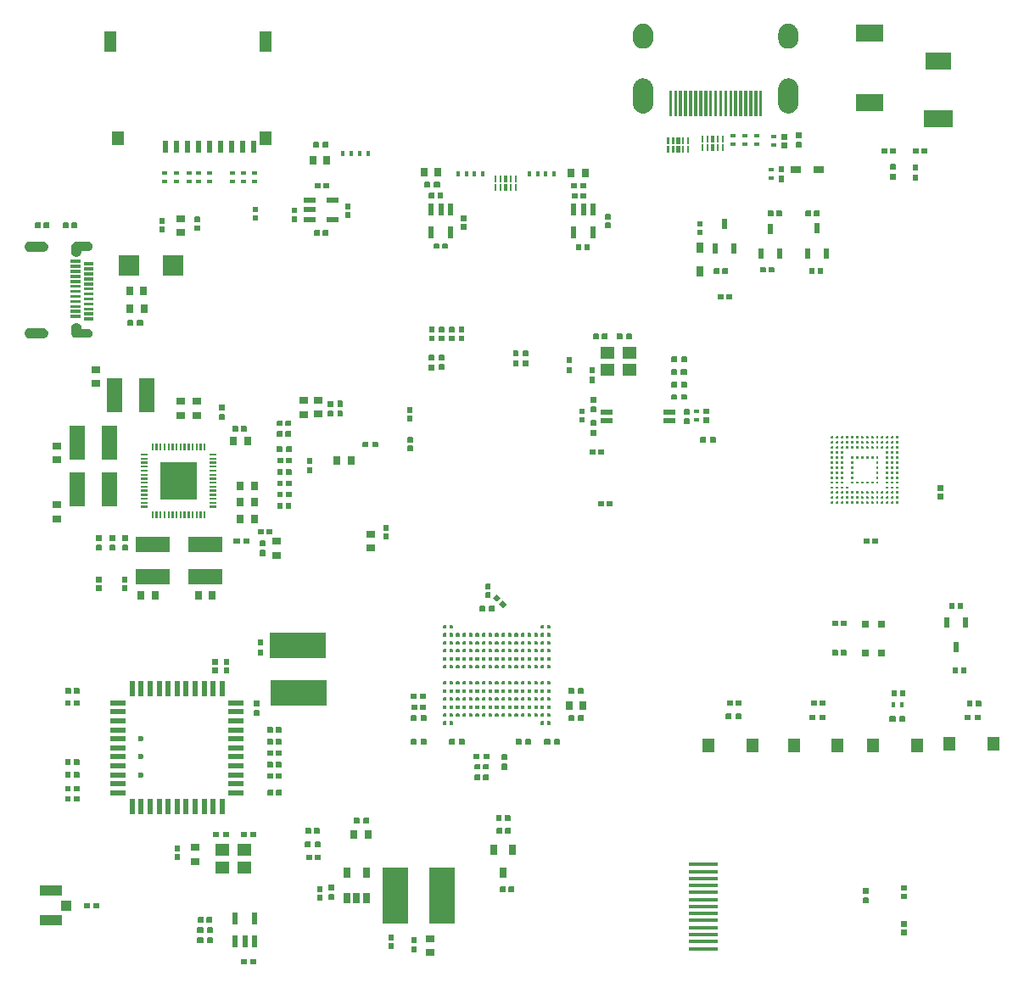
<source format=gtp>
G04*
G04 #@! TF.GenerationSoftware,Altium Limited,Altium Designer,25.0.2 (28)*
G04*
G04 Layer_Color=8421504*
%FSLAX44Y44*%
%MOMM*%
G71*
G04*
G04 #@! TF.SameCoordinates,34CB3397-E1FD-41C1-9A6A-8B3E81618BB9*
G04*
G04*
G04 #@! TF.FilePolarity,Positive*
G04*
G01*
G75*
%ADD19R,0.9000X0.8000*%
%ADD20R,1.2300X1.3600*%
%ADD21R,0.6000X1.5000*%
%ADD22R,1.5000X0.6000*%
%ADD23C,0.6000*%
%ADD24R,0.6000X1.3000*%
%ADD25R,1.2000X1.4000*%
%ADD26R,1.2000X2.0000*%
%ADD27R,2.5000X1.8000*%
%ADD28R,2.8001X1.8000*%
%ADD29R,3.0000X1.8000*%
%ADD30R,1.0000X0.7500*%
%ADD31R,0.8000X0.9000*%
%ADD32R,1.4000X1.2000*%
%ADD33R,1.1999X0.6000*%
%ADD34R,0.5500X0.4500*%
%ADD35R,5.7000X2.5000*%
%ADD36R,2.5000X5.7000*%
%ADD37R,3.0000X0.4000*%
%ADD38R,1.1750X0.4900*%
%ADD39R,1.1570X0.4900*%
%ADD40R,0.4500X0.5500*%
%ADD41R,0.8000X1.0000*%
%ADD42R,0.7500X1.0000*%
%ADD43R,2.0000X2.0000*%
%ADD44R,1.0500X1.0000*%
%ADD45R,2.2000X1.0500*%
%ADD46R,0.4900X1.1750*%
%ADD47R,0.4900X1.1570*%
%ADD48R,0.7000X1.1000*%
%ADD49R,1.6000X3.5000*%
%ADD50R,3.5000X1.6000*%
%ADD51R,0.8000X0.8000*%
%ADD52R,0.6000X1.0700*%
G36*
X836518Y985873D02*
X837014Y985823D01*
X837507Y985749D01*
X837996Y985650D01*
X838479Y985527D01*
X838955Y985380D01*
X839424Y985209D01*
X839883Y985016D01*
X840333Y984799D01*
X840770Y984561D01*
X841196Y984301D01*
X841608Y984020D01*
X842005Y983719D01*
X842387Y983398D01*
X842753Y983059D01*
X843101Y982702D01*
X843431Y982328D01*
X843742Y981939D01*
X844033Y981534D01*
X844303Y981115D01*
X844553Y980683D01*
X844780Y980239D01*
X844985Y979785D01*
X845167Y979321D01*
X845326Y978848D01*
X845461Y978368D01*
X845572Y977882D01*
X845659Y977391D01*
X845721Y976896D01*
X845758Y976399D01*
X845770Y975900D01*
Y970900D01*
X845758Y970402D01*
X845721Y969905D01*
X845659Y969410D01*
X845572Y968919D01*
X845461Y968433D01*
X845326Y967953D01*
X845167Y967480D01*
X844985Y967016D01*
X844780Y966562D01*
X844553Y966118D01*
X844303Y965686D01*
X844033Y965267D01*
X843742Y964862D01*
X843431Y964473D01*
X843101Y964099D01*
X842753Y963742D01*
X842387Y963403D01*
X842005Y963082D01*
X841608Y962781D01*
X841196Y962500D01*
X840770Y962240D01*
X840333Y962002D01*
X839883Y961786D01*
X839424Y961592D01*
X838955Y961421D01*
X838479Y961274D01*
X837996Y961151D01*
X837507Y961052D01*
X837014Y960978D01*
X836518Y960928D01*
X836020Y960904D01*
X835521D01*
X835023Y960928D01*
X834527Y960978D01*
X834034Y961052D01*
X833545Y961151D01*
X833062Y961274D01*
X832586Y961421D01*
X832117Y961592D01*
X831658Y961786D01*
X831208Y962002D01*
X830770Y962240D01*
X830345Y962500D01*
X829933Y962781D01*
X829536Y963082D01*
X829154Y963403D01*
X828788Y963742D01*
X828440Y964099D01*
X828110Y964473D01*
X827799Y964862D01*
X827508Y965267D01*
X827238Y965686D01*
X826988Y966118D01*
X826761Y966562D01*
X826556Y967016D01*
X826374Y967480D01*
X826215Y967953D01*
X826080Y968433D01*
X825969Y968919D01*
X825882Y969410D01*
X825820Y969905D01*
X825783Y970402D01*
X825770Y970900D01*
Y975900D01*
X825783Y976399D01*
X825820Y976896D01*
X825882Y977391D01*
X825969Y977882D01*
X826080Y978368D01*
X826215Y978848D01*
X826374Y979321D01*
X826556Y979785D01*
X826761Y980239D01*
X826988Y980683D01*
X827238Y981115D01*
X827508Y981534D01*
X827799Y981939D01*
X828110Y982328D01*
X828440Y982702D01*
X828788Y983059D01*
X829154Y983398D01*
X829536Y983719D01*
X829933Y984020D01*
X830345Y984301D01*
X830770Y984561D01*
X831208Y984799D01*
X831658Y985016D01*
X832117Y985209D01*
X832586Y985380D01*
X833062Y985527D01*
X833545Y985650D01*
X834034Y985749D01*
X834527Y985823D01*
X835023Y985873D01*
X835521Y985897D01*
X836020D01*
X836518Y985873D01*
D02*
G37*
G36*
X691517D02*
X692013Y985823D01*
X692506Y985749D01*
X692995Y985650D01*
X693478Y985527D01*
X693954Y985380D01*
X694423Y985209D01*
X694882Y985016D01*
X695332Y984799D01*
X695770Y984561D01*
X696195Y984301D01*
X696607Y984020D01*
X697004Y983719D01*
X697386Y983398D01*
X697752Y983059D01*
X698100Y982702D01*
X698430Y982328D01*
X698741Y981939D01*
X699032Y981534D01*
X699302Y981115D01*
X699552Y980683D01*
X699779Y980239D01*
X699984Y979785D01*
X700166Y979321D01*
X700325Y978848D01*
X700460Y978368D01*
X700571Y977882D01*
X700658Y977391D01*
X700720Y976896D01*
X700757Y976399D01*
X700770Y975900D01*
Y970900D01*
X700757Y970402D01*
X700720Y969905D01*
X700658Y969410D01*
X700571Y968919D01*
X700460Y968433D01*
X700325Y967953D01*
X700166Y967480D01*
X699984Y967016D01*
X699779Y966562D01*
X699552Y966118D01*
X699302Y965686D01*
X699032Y965267D01*
X698741Y964862D01*
X698430Y964473D01*
X698100Y964099D01*
X697752Y963742D01*
X697386Y963403D01*
X697004Y963082D01*
X696607Y962781D01*
X696195Y962500D01*
X695770Y962240D01*
X695332Y962002D01*
X694882Y961786D01*
X694423Y961592D01*
X693954Y961421D01*
X693478Y961274D01*
X692995Y961151D01*
X692506Y961052D01*
X692013Y960978D01*
X691517Y960928D01*
X691019Y960904D01*
X690520D01*
X690022Y960928D01*
X689526Y960978D01*
X689033Y961052D01*
X688544Y961151D01*
X688061Y961274D01*
X687585Y961421D01*
X687116Y961592D01*
X686657Y961786D01*
X686207Y962002D01*
X685770Y962240D01*
X685344Y962500D01*
X684932Y962781D01*
X684535Y963082D01*
X684153Y963403D01*
X683787Y963742D01*
X683439Y964099D01*
X683109Y964473D01*
X682798Y964862D01*
X682507Y965267D01*
X682237Y965686D01*
X681987Y966118D01*
X681760Y966562D01*
X681555Y967016D01*
X681373Y967480D01*
X681214Y967953D01*
X681079Y968433D01*
X680968Y968919D01*
X680881Y969410D01*
X680819Y969905D01*
X680782Y970402D01*
X680770Y970900D01*
Y975900D01*
X680782Y976399D01*
X680819Y976896D01*
X680881Y977391D01*
X680968Y977882D01*
X681079Y978368D01*
X681214Y978848D01*
X681373Y979321D01*
X681555Y979785D01*
X681760Y980239D01*
X681987Y980683D01*
X682237Y981115D01*
X682507Y981534D01*
X682798Y981939D01*
X683109Y982328D01*
X683439Y982702D01*
X683787Y983059D01*
X684153Y983398D01*
X684535Y983719D01*
X684932Y984020D01*
X685344Y984301D01*
X685770Y984561D01*
X686207Y984799D01*
X686657Y985016D01*
X687116Y985209D01*
X687585Y985380D01*
X688061Y985527D01*
X688544Y985650D01*
X689033Y985749D01*
X689526Y985823D01*
X690022Y985873D01*
X690520Y985897D01*
X691019D01*
X691517Y985873D01*
D02*
G37*
G36*
X836518Y931271D02*
X837014Y931222D01*
X837507Y931148D01*
X837996Y931049D01*
X838479Y930926D01*
X838955Y930779D01*
X839424Y930608D01*
X839883Y930414D01*
X840333Y930198D01*
X840770Y929959D01*
X841196Y929700D01*
X841608Y929419D01*
X842005Y929118D01*
X842387Y928797D01*
X842753Y928458D01*
X843101Y928101D01*
X843431Y927727D01*
X843742Y927337D01*
X844033Y926933D01*
X844303Y926514D01*
X844553Y926082D01*
X844780Y925638D01*
X844985Y925184D01*
X845167Y924719D01*
X845326Y924247D01*
X845461Y923767D01*
X845572Y923281D01*
X845659Y922790D01*
X845721Y922295D01*
X845758Y921798D01*
X845770Y921299D01*
Y906299D01*
X845758Y905801D01*
X845721Y905304D01*
X845659Y904809D01*
X845572Y904318D01*
X845461Y903832D01*
X845326Y903352D01*
X845167Y902879D01*
X844985Y902415D01*
X844780Y901961D01*
X844553Y901517D01*
X844303Y901085D01*
X844033Y900666D01*
X843742Y900261D01*
X843431Y899872D01*
X843101Y899498D01*
X842753Y899141D01*
X842387Y898802D01*
X842005Y898481D01*
X841608Y898180D01*
X841196Y897899D01*
X840770Y897639D01*
X840333Y897401D01*
X839883Y897184D01*
X839424Y896991D01*
X838955Y896820D01*
X838479Y896673D01*
X837996Y896550D01*
X837507Y896451D01*
X837014Y896377D01*
X836518Y896327D01*
X836020Y896302D01*
X835521D01*
X835023Y896327D01*
X834527Y896377D01*
X834034Y896451D01*
X833545Y896550D01*
X833062Y896673D01*
X832586Y896820D01*
X832117Y896991D01*
X831658Y897184D01*
X831208Y897401D01*
X830770Y897639D01*
X830345Y897899D01*
X829933Y898180D01*
X829536Y898481D01*
X829154Y898802D01*
X828788Y899141D01*
X828440Y899498D01*
X828110Y899872D01*
X827799Y900261D01*
X827508Y900666D01*
X827238Y901085D01*
X826988Y901517D01*
X826761Y901961D01*
X826556Y902415D01*
X826374Y902879D01*
X826215Y903352D01*
X826080Y903832D01*
X825969Y904318D01*
X825882Y904809D01*
X825820Y905304D01*
X825783Y905801D01*
X825770Y906299D01*
Y921299D01*
X825783Y921798D01*
X825820Y922295D01*
X825882Y922790D01*
X825969Y923281D01*
X826080Y923767D01*
X826215Y924247D01*
X826374Y924719D01*
X826556Y925184D01*
X826761Y925638D01*
X826988Y926082D01*
X827238Y926514D01*
X827508Y926933D01*
X827799Y927337D01*
X828110Y927727D01*
X828440Y928101D01*
X828788Y928458D01*
X829154Y928797D01*
X829536Y929118D01*
X829933Y929419D01*
X830345Y929700D01*
X830770Y929959D01*
X831208Y930198D01*
X831658Y930414D01*
X832117Y930608D01*
X832586Y930779D01*
X833062Y930926D01*
X833545Y931049D01*
X834034Y931148D01*
X834527Y931222D01*
X835023Y931271D01*
X835521Y931296D01*
X836020D01*
X836518Y931271D01*
D02*
G37*
G36*
X691517D02*
X692013Y931222D01*
X692506Y931148D01*
X692995Y931049D01*
X693478Y930926D01*
X693954Y930779D01*
X694423Y930608D01*
X694882Y930414D01*
X695332Y930198D01*
X695770Y929959D01*
X696195Y929700D01*
X696607Y929419D01*
X697004Y929118D01*
X697386Y928797D01*
X697752Y928458D01*
X698100Y928101D01*
X698430Y927727D01*
X698741Y927337D01*
X699032Y926933D01*
X699302Y926514D01*
X699552Y926082D01*
X699779Y925638D01*
X699984Y925184D01*
X700166Y924719D01*
X700325Y924247D01*
X700460Y923767D01*
X700571Y923281D01*
X700658Y922790D01*
X700720Y922295D01*
X700757Y921798D01*
X700770Y921299D01*
Y906299D01*
X700757Y905801D01*
X700720Y905304D01*
X700658Y904809D01*
X700571Y904318D01*
X700460Y903832D01*
X700325Y903352D01*
X700166Y902879D01*
X699984Y902415D01*
X699779Y901961D01*
X699552Y901517D01*
X699302Y901085D01*
X699032Y900666D01*
X698741Y900261D01*
X698430Y899872D01*
X698100Y899498D01*
X697752Y899141D01*
X697386Y898802D01*
X697004Y898481D01*
X696607Y898180D01*
X696195Y897899D01*
X695770Y897639D01*
X695332Y897401D01*
X694882Y897184D01*
X694423Y896991D01*
X693954Y896820D01*
X693478Y896673D01*
X692995Y896550D01*
X692506Y896451D01*
X692013Y896377D01*
X691517Y896327D01*
X691019Y896302D01*
X690520D01*
X690022Y896327D01*
X689526Y896377D01*
X689033Y896451D01*
X688544Y896550D01*
X688061Y896673D01*
X687585Y896820D01*
X687116Y896991D01*
X686657Y897184D01*
X686207Y897401D01*
X685770Y897639D01*
X685344Y897899D01*
X684932Y898180D01*
X684535Y898481D01*
X684153Y898802D01*
X683787Y899141D01*
X683439Y899498D01*
X683109Y899872D01*
X682798Y900261D01*
X682507Y900666D01*
X682237Y901085D01*
X681987Y901517D01*
X681760Y901961D01*
X681555Y902415D01*
X681373Y902879D01*
X681214Y903352D01*
X681079Y903832D01*
X680968Y904318D01*
X680881Y904809D01*
X680819Y905304D01*
X680782Y905801D01*
X680770Y906299D01*
Y921299D01*
X680782Y921798D01*
X680819Y922295D01*
X680881Y922790D01*
X680968Y923281D01*
X681079Y923767D01*
X681214Y924247D01*
X681373Y924719D01*
X681555Y925184D01*
X681760Y925638D01*
X681987Y926082D01*
X682237Y926514D01*
X682507Y926933D01*
X682798Y927337D01*
X683109Y927727D01*
X683439Y928101D01*
X683787Y928458D01*
X684153Y928797D01*
X684535Y929118D01*
X684932Y929419D01*
X685344Y929700D01*
X685770Y929959D01*
X686207Y930198D01*
X686657Y930414D01*
X687116Y930608D01*
X687585Y930779D01*
X688061Y930926D01*
X688544Y931049D01*
X689033Y931148D01*
X689526Y931222D01*
X690022Y931271D01*
X690520Y931296D01*
X691019D01*
X691517Y931271D01*
D02*
G37*
G36*
X809769Y893201D02*
X806768D01*
Y919201D01*
X809769D01*
Y893201D01*
D02*
G37*
G36*
X804769D02*
X801768D01*
Y919201D01*
X804769D01*
Y893201D01*
D02*
G37*
G36*
X799769D02*
X796768D01*
Y919201D01*
X799769D01*
Y893201D01*
D02*
G37*
G36*
X794769D02*
X791768D01*
Y919201D01*
X794769D01*
Y893201D01*
D02*
G37*
G36*
X789769D02*
X786769D01*
Y919201D01*
X789769D01*
Y893201D01*
D02*
G37*
G36*
X784769D02*
X781769D01*
Y919201D01*
X784769D01*
Y893201D01*
D02*
G37*
G36*
X779769D02*
X776768D01*
Y919201D01*
X779769D01*
Y893201D01*
D02*
G37*
G36*
X774769D02*
X771768D01*
Y919201D01*
X774769D01*
Y893201D01*
D02*
G37*
G36*
X769769D02*
X766768D01*
Y919201D01*
X769769D01*
Y893201D01*
D02*
G37*
G36*
X764769D02*
X761768D01*
Y919201D01*
X764769D01*
Y893201D01*
D02*
G37*
G36*
X759769D02*
X756768D01*
Y919201D01*
X759769D01*
Y893201D01*
D02*
G37*
G36*
X754769D02*
X751768D01*
Y919201D01*
X754769D01*
Y893201D01*
D02*
G37*
G36*
X749769D02*
X746768D01*
Y919201D01*
X749769D01*
Y893201D01*
D02*
G37*
G36*
X744768D02*
X741768D01*
Y919201D01*
X744768D01*
Y893201D01*
D02*
G37*
G36*
X739768D02*
X736768D01*
Y919201D01*
X739768D01*
Y893201D01*
D02*
G37*
G36*
X734769D02*
X731768D01*
Y919201D01*
X734769D01*
Y893201D01*
D02*
G37*
G36*
X729769D02*
X726768D01*
Y919201D01*
X729769D01*
Y893201D01*
D02*
G37*
G36*
X724769D02*
X721768D01*
Y919201D01*
X724769D01*
Y893201D01*
D02*
G37*
G36*
X719769D02*
X716768D01*
Y919201D01*
X719769D01*
Y893201D01*
D02*
G37*
G36*
X848813Y877101D02*
Y872301D01*
X848314Y871601D01*
X843813D01*
X843314Y872301D01*
Y877101D01*
X843813Y877601D01*
X848314D01*
X848813Y877101D01*
D02*
G37*
G36*
X834550Y875436D02*
Y870430D01*
X834150Y870030D01*
X829550D01*
X829150Y870430D01*
Y875436D01*
X829550Y875836D01*
X834150D01*
X834550Y875436D01*
D02*
G37*
G36*
X771258Y867516D02*
X769256D01*
Y867519D01*
X769254D01*
X769246Y874164D01*
X771258D01*
Y867516D01*
D02*
G37*
G36*
X766259D02*
X764258D01*
Y867519D01*
X764255D01*
X764248Y874164D01*
X766259D01*
Y867516D01*
D02*
G37*
G36*
X756259D02*
X754258D01*
Y867519D01*
X754255D01*
X754248Y874164D01*
X756259D01*
Y867516D01*
D02*
G37*
G36*
X751258Y867516D02*
X749256D01*
Y867519D01*
X749254D01*
X749246Y874163D01*
X751258D01*
Y867516D01*
D02*
G37*
G36*
X762254Y867513D02*
X758258D01*
Y867511D01*
X758257Y874165D01*
X762254D01*
Y867513D01*
D02*
G37*
G36*
X736766Y865726D02*
X734765D01*
Y865729D01*
X734762D01*
X734755Y872373D01*
X736766D01*
Y865726D01*
D02*
G37*
G36*
X731768D02*
X729766D01*
Y865729D01*
X729763D01*
X729756Y872373D01*
X731768D01*
Y865726D01*
D02*
G37*
G36*
X721768D02*
X719766D01*
Y865729D01*
X719764D01*
X719756Y872373D01*
X721768D01*
Y865726D01*
D02*
G37*
G36*
X716766Y865726D02*
X714765D01*
Y865729D01*
X714762D01*
X714755Y872373D01*
X716766D01*
Y865726D01*
D02*
G37*
G36*
X727762Y865723D02*
X723766D01*
Y865721D01*
X723765Y872375D01*
X727762D01*
Y865723D01*
D02*
G37*
G36*
X377045Y867242D02*
Y862741D01*
X376545Y862242D01*
X371744D01*
X371045Y862741D01*
Y867242D01*
X371744Y867741D01*
X376545D01*
X377045Y867242D01*
D02*
G37*
G36*
X367445D02*
Y862741D01*
X366744Y862242D01*
X361945D01*
X361445Y862741D01*
Y867242D01*
X361945Y867741D01*
X366744D01*
X367445Y867242D01*
D02*
G37*
G36*
X848813Y867301D02*
Y862501D01*
X848314Y862001D01*
X843813D01*
X843314Y862501D01*
Y867301D01*
X843813Y868001D01*
X848314D01*
X848813Y867301D01*
D02*
G37*
G36*
X834550Y866930D02*
Y861924D01*
X834150Y861524D01*
X829550D01*
X829150Y861924D01*
Y866930D01*
X829550Y867330D01*
X834150D01*
X834550Y866930D01*
D02*
G37*
G36*
X771258Y858860D02*
X769256D01*
Y858863D01*
X769254D01*
X769246Y865507D01*
X771258D01*
Y858860D01*
D02*
G37*
G36*
X766259D02*
X764258D01*
Y858863D01*
X764255D01*
X764248Y865507D01*
X766259D01*
Y858860D01*
D02*
G37*
G36*
X756259D02*
X754258D01*
Y858863D01*
X754255D01*
X754248Y865507D01*
X756259D01*
Y858860D01*
D02*
G37*
G36*
X751258Y858860D02*
X749256D01*
Y858862D01*
X749254D01*
X749246Y865507D01*
X751258D01*
Y858860D01*
D02*
G37*
G36*
X762254Y858856D02*
X758259D01*
Y858855D01*
X758258Y865509D01*
X762254D01*
Y858856D01*
D02*
G37*
G36*
X736766Y857070D02*
X734765D01*
Y857072D01*
X734762D01*
X734755Y863717D01*
X736766D01*
Y857070D01*
D02*
G37*
G36*
X731768D02*
X729766D01*
Y857072D01*
X729764D01*
X729756Y863717D01*
X731768D01*
Y857070D01*
D02*
G37*
G36*
X721768D02*
X719766D01*
Y857072D01*
X719764D01*
X719756Y863717D01*
X721768D01*
Y857070D01*
D02*
G37*
G36*
X716766Y857070D02*
X714765D01*
Y857072D01*
X714762D01*
X714755Y863717D01*
X716766D01*
Y857070D01*
D02*
G37*
G36*
X727763Y857066D02*
X723767D01*
Y857065D01*
X723766Y863719D01*
X727763D01*
Y857066D01*
D02*
G37*
G36*
X974273Y860950D02*
Y856350D01*
X973873Y855950D01*
X968867D01*
X968466Y856350D01*
Y860950D01*
X968867Y861350D01*
X973873D01*
X974273Y860950D01*
D02*
G37*
G36*
X965767D02*
Y856350D01*
X965366Y855950D01*
X960360D01*
X959960Y856350D01*
Y860950D01*
X960360Y861350D01*
X965366D01*
X965767Y860950D01*
D02*
G37*
G36*
X943096D02*
Y856350D01*
X942696Y855950D01*
X937689D01*
X937289Y856350D01*
Y860950D01*
X937689Y861350D01*
X942696D01*
X943096Y860950D01*
D02*
G37*
G36*
X934589D02*
Y856350D01*
X934189Y855950D01*
X929183D01*
X928783Y856350D01*
Y860950D01*
X929183Y861350D01*
X934189D01*
X934589Y860950D01*
D02*
G37*
G36*
X943104Y845403D02*
Y840603D01*
X942604Y839903D01*
X938104D01*
X937604Y840603D01*
Y845403D01*
X938104Y845903D01*
X942604D01*
X943104Y845403D01*
D02*
G37*
G36*
X965410Y844601D02*
Y839801D01*
X964910Y839101D01*
X960410D01*
X959910Y839801D01*
Y844601D01*
X960410Y845101D01*
X964910D01*
X965410Y844601D01*
D02*
G37*
G36*
X831590Y842962D02*
Y838162D01*
X831090Y837462D01*
X826590D01*
X826090Y838162D01*
Y842962D01*
X826590Y843462D01*
X831090D01*
X831590Y842962D01*
D02*
G37*
G36*
X943104Y835603D02*
Y830803D01*
X942604Y830303D01*
X938104D01*
X937604Y830803D01*
Y835603D01*
X938104Y836303D01*
X942604D01*
X943104Y835603D01*
D02*
G37*
G36*
X965410Y834801D02*
Y830001D01*
X964910Y829501D01*
X960410D01*
X959910Y830001D01*
Y834801D01*
X960410Y835501D01*
X964910D01*
X965410Y834801D01*
D02*
G37*
G36*
X831590Y833162D02*
Y828362D01*
X831090Y827861D01*
X826590D01*
X826090Y828362D01*
Y833162D01*
X826590Y833861D01*
X831090D01*
X831590Y833162D01*
D02*
G37*
G36*
X564722Y827775D02*
X562720D01*
Y827778D01*
X562718D01*
X562711Y834423D01*
X564722D01*
Y827775D01*
D02*
G37*
G36*
X559723D02*
X557722D01*
Y827778D01*
X557719D01*
X557712Y834423D01*
X559723D01*
Y827775D01*
D02*
G37*
G36*
X549723D02*
X547722D01*
Y827778D01*
X547719D01*
X547712Y834423D01*
X549723D01*
Y827775D01*
D02*
G37*
G36*
X544722Y827775D02*
X542720D01*
Y827778D01*
X542718D01*
X542711Y834422D01*
X544722D01*
Y827775D01*
D02*
G37*
G36*
X555718Y827772D02*
X551722D01*
Y827770D01*
X551721Y834424D01*
X555718D01*
Y827772D01*
D02*
G37*
G36*
X488076Y827761D02*
Y823261D01*
X487576Y822761D01*
X482776D01*
X482076Y823261D01*
Y827761D01*
X482776Y828261D01*
X487576D01*
X488076Y827761D01*
D02*
G37*
G36*
X478476D02*
Y823261D01*
X477776Y822761D01*
X472976D01*
X472476Y823261D01*
Y827761D01*
X472976Y828261D01*
X477776D01*
X478476Y827761D01*
D02*
G37*
G36*
X377245Y826530D02*
Y821930D01*
X376845Y821530D01*
X371838D01*
X371438Y821930D01*
Y826530D01*
X371838Y826930D01*
X376845D01*
X377245Y826530D01*
D02*
G37*
G36*
X368738D02*
Y821930D01*
X368338Y821530D01*
X363332D01*
X362932Y821930D01*
Y826530D01*
X363332Y826930D01*
X368338D01*
X368738Y826530D01*
D02*
G37*
G36*
X634348Y826293D02*
Y821793D01*
X633848Y821293D01*
X629048D01*
X628348Y821793D01*
Y826293D01*
X629048Y826793D01*
X633848D01*
X634348Y826293D01*
D02*
G37*
G36*
X624748D02*
Y821793D01*
X624048Y821293D01*
X619248D01*
X618748Y821793D01*
Y826293D01*
X619248Y826793D01*
X624048D01*
X624748Y826293D01*
D02*
G37*
G36*
X564722Y819119D02*
X562720D01*
Y819122D01*
X562718D01*
X562711Y825766D01*
X564722D01*
Y819119D01*
D02*
G37*
G36*
X559724D02*
X557722D01*
Y819122D01*
X557719D01*
X557712Y825766D01*
X559724D01*
Y819119D01*
D02*
G37*
G36*
X549723D02*
X547722D01*
Y819122D01*
X547719D01*
X547712Y825766D01*
X549723D01*
Y819119D01*
D02*
G37*
G36*
X544722Y819119D02*
X542720D01*
Y819121D01*
X542718D01*
X542711Y825766D01*
X544722D01*
Y819119D01*
D02*
G37*
G36*
X555719Y819115D02*
X551723D01*
Y819114D01*
X551722Y825768D01*
X555719D01*
Y819115D01*
D02*
G37*
G36*
X491307Y816611D02*
Y812011D01*
X490907Y811611D01*
X485901D01*
X485501Y812011D01*
Y816611D01*
X485901Y817011D01*
X490907D01*
X491307Y816611D01*
D02*
G37*
G36*
X482801D02*
Y812011D01*
X482401Y811611D01*
X477395D01*
X476995Y812011D01*
Y816611D01*
X477395Y817011D01*
X482401D01*
X482801Y816611D01*
D02*
G37*
G36*
X633749Y816307D02*
Y811707D01*
X633349Y811307D01*
X628343D01*
X627943Y811707D01*
Y816307D01*
X628343Y816707D01*
X633349D01*
X633749Y816307D01*
D02*
G37*
G36*
X625243D02*
Y811707D01*
X624842Y811307D01*
X619836D01*
X619436Y811707D01*
Y816307D01*
X619836Y816707D01*
X624842D01*
X625243Y816307D01*
D02*
G37*
G36*
X398940Y805586D02*
Y800580D01*
X398540Y800180D01*
X393940D01*
X393540Y800580D01*
Y805586D01*
X393940Y805986D01*
X398540D01*
X398940Y805586D01*
D02*
G37*
G36*
X306569Y802938D02*
Y797932D01*
X306168Y797532D01*
X301569D01*
X301168Y797932D01*
Y802938D01*
X301569Y803338D01*
X306168D01*
X306569Y802938D01*
D02*
G37*
G36*
X345569Y802012D02*
Y797006D01*
X345169Y796606D01*
X340569D01*
X340169Y797006D01*
Y802012D01*
X340569Y802412D01*
X345169D01*
X345569Y802012D01*
D02*
G37*
G36*
X867008Y798887D02*
Y794287D01*
X866608Y793887D01*
X861602D01*
X861202Y794287D01*
Y798887D01*
X861602Y799287D01*
X866608D01*
X867008Y798887D01*
D02*
G37*
G36*
X858502D02*
Y794287D01*
X858102Y793887D01*
X853095D01*
X852695Y794287D01*
Y798887D01*
X853095Y799287D01*
X858102D01*
X858502Y798887D01*
D02*
G37*
G36*
X829347D02*
Y794287D01*
X828947Y793887D01*
X823941D01*
X823540Y794287D01*
Y798887D01*
X823941Y799287D01*
X828947D01*
X829347Y798887D01*
D02*
G37*
G36*
X820841D02*
Y794287D01*
X820440Y793887D01*
X815434D01*
X815034Y794287D01*
Y798887D01*
X815434Y799287D01*
X820440D01*
X820841Y798887D01*
D02*
G37*
G36*
X398940Y797080D02*
Y792074D01*
X398540Y791674D01*
X393940D01*
X393540Y792074D01*
Y797080D01*
X393940Y797480D01*
X398540D01*
X398940Y797080D01*
D02*
G37*
G36*
X658249Y795564D02*
Y790557D01*
X657849Y790157D01*
X653249D01*
X652849Y790557D01*
Y795564D01*
X653249Y795964D01*
X657849D01*
X658249Y795564D01*
D02*
G37*
G36*
X306569Y794432D02*
Y789425D01*
X306168Y789025D01*
X301569D01*
X301168Y789425D01*
Y794432D01*
X301569Y794832D01*
X306168D01*
X306569Y794432D01*
D02*
G37*
G36*
X514510Y794156D02*
Y789150D01*
X514110Y788750D01*
X509510D01*
X509110Y789150D01*
Y794156D01*
X509510Y794556D01*
X514110D01*
X514510Y794156D01*
D02*
G37*
G36*
X345569Y793506D02*
Y788500D01*
X345169Y788100D01*
X340569D01*
X340169Y788500D01*
Y793506D01*
X340569Y793906D01*
X345169D01*
X345569Y793506D01*
D02*
G37*
G36*
X248742Y792815D02*
Y787809D01*
X248342Y787409D01*
X243742D01*
X243342Y787809D01*
Y792815D01*
X243742Y793215D01*
X248342D01*
X248742Y792815D01*
D02*
G37*
G36*
X213520Y791616D02*
Y786610D01*
X213120Y786210D01*
X208520D01*
X208120Y786610D01*
Y791616D01*
X208520Y792016D01*
X213120D01*
X213520Y791616D01*
D02*
G37*
G36*
X750132Y788548D02*
Y783541D01*
X749732Y783141D01*
X745132D01*
X744732Y783541D01*
Y788548D01*
X745132Y788948D01*
X749732D01*
X750132Y788548D01*
D02*
G37*
G36*
X126056Y787160D02*
Y782560D01*
X125656Y782160D01*
X120650D01*
X120250Y782560D01*
Y787160D01*
X120650Y787560D01*
X125656D01*
X126056Y787160D01*
D02*
G37*
G36*
X117550D02*
Y782560D01*
X117150Y782160D01*
X112143D01*
X111743Y782560D01*
Y787160D01*
X112143Y787560D01*
X117150D01*
X117550Y787160D01*
D02*
G37*
G36*
X98210D02*
Y782560D01*
X97810Y782160D01*
X92804D01*
X92403Y782560D01*
Y787160D01*
X92804Y787560D01*
X97810D01*
X98210Y787160D01*
D02*
G37*
G36*
X89704D02*
Y782560D01*
X89304Y782160D01*
X84297D01*
X83897Y782560D01*
Y787160D01*
X84297Y787560D01*
X89304D01*
X89704Y787160D01*
D02*
G37*
G36*
X658249Y787057D02*
Y782051D01*
X657849Y781651D01*
X653249D01*
X652849Y782051D01*
Y787057D01*
X653249Y787457D01*
X657849D01*
X658249Y787057D01*
D02*
G37*
G36*
X514510Y785650D02*
Y780644D01*
X514110Y780244D01*
X509510D01*
X509110Y780644D01*
Y785650D01*
X509510Y786050D01*
X514110D01*
X514510Y785650D01*
D02*
G37*
G36*
X248742Y784309D02*
Y779303D01*
X248342Y778903D01*
X243742D01*
X243342Y779303D01*
Y784309D01*
X243742Y784709D01*
X248342D01*
X248742Y784309D01*
D02*
G37*
G36*
X213520Y783110D02*
Y778104D01*
X213120Y777703D01*
X208520D01*
X208120Y778104D01*
Y783110D01*
X208520Y783510D01*
X213120D01*
X213520Y783110D01*
D02*
G37*
G36*
X750132Y780041D02*
Y775035D01*
X749732Y774635D01*
X745132D01*
X744732Y775035D01*
Y780041D01*
X745132Y780441D01*
X749732D01*
X750132Y780041D01*
D02*
G37*
G36*
X376726Y779540D02*
Y774940D01*
X376326Y774540D01*
X371320D01*
X370920Y774940D01*
Y779540D01*
X371320Y779940D01*
X376326D01*
X376726Y779540D01*
D02*
G37*
G36*
X368220D02*
Y774940D01*
X367820Y774540D01*
X362814D01*
X362413Y774940D01*
Y779540D01*
X362814Y779940D01*
X367820D01*
X368220Y779540D01*
D02*
G37*
G36*
X496049Y766057D02*
Y761457D01*
X495649Y761057D01*
X490643D01*
X490243Y761457D01*
Y766057D01*
X490643Y766457D01*
X495649D01*
X496049Y766057D01*
D02*
G37*
G36*
X487543D02*
Y761457D01*
X487143Y761057D01*
X482136D01*
X481736Y761457D01*
Y766057D01*
X482136Y766457D01*
X487143D01*
X487543Y766057D01*
D02*
G37*
G36*
X637887Y765136D02*
Y760536D01*
X637487Y760136D01*
X632481D01*
X632081Y760536D01*
Y765136D01*
X632481Y765536D01*
X637487D01*
X637887Y765136D01*
D02*
G37*
G36*
X629381D02*
Y760536D01*
X628981Y760136D01*
X623974D01*
X623574Y760536D01*
Y765136D01*
X623974Y765536D01*
X628981D01*
X629381Y765136D01*
D02*
G37*
G36*
X93330Y768066D02*
X95155Y767299D01*
X96551Y765894D01*
X97305Y764063D01*
Y762083D01*
X96551Y760253D01*
X95155Y758848D01*
X93330Y758080D01*
X92340Y758073D01*
Y758073D01*
X78340Y758073D01*
X77350Y758080D01*
X75525Y758848D01*
X74130Y760253D01*
X73376Y762083D01*
Y764063D01*
X74130Y765894D01*
X75525Y767299D01*
X77350Y768066D01*
X78340Y768073D01*
X92340D01*
X93330Y768066D01*
D02*
G37*
G36*
X139609Y767270D02*
X140735Y766145D01*
X141344Y764674D01*
Y763879D01*
Y762879D01*
Y762083D01*
X140735Y760613D01*
X139609Y759488D01*
X138139Y758879D01*
X130344D01*
Y757879D01*
Y756884D01*
X129582Y755046D01*
X128176Y753640D01*
X126338Y752879D01*
X124349D01*
X122511Y753640D01*
X121105Y755046D01*
X120344Y756884D01*
Y757879D01*
Y758879D01*
Y762879D01*
Y763873D01*
X121105Y765711D01*
X122511Y767118D01*
X124349Y767879D01*
X138139D01*
X139609Y767270D01*
D02*
G37*
G36*
X129088Y747075D02*
X119588D01*
Y750074D01*
X129088D01*
Y747075D01*
D02*
G37*
G36*
X142089Y744575D02*
X132589D01*
Y747575D01*
X142089D01*
Y744575D01*
D02*
G37*
G36*
X129088Y742074D02*
X119588D01*
Y745075D01*
X129088D01*
Y742074D01*
D02*
G37*
G36*
X142089Y739574D02*
X132589D01*
Y742574D01*
X142089D01*
Y739574D01*
D02*
G37*
G36*
X821876Y742357D02*
Y737757D01*
X821476Y737357D01*
X816469D01*
X816069Y737757D01*
Y742357D01*
X816469Y742757D01*
X821476D01*
X821876Y742357D01*
D02*
G37*
G36*
X813369D02*
Y737757D01*
X812969Y737357D01*
X807963D01*
X807563Y737757D01*
Y742357D01*
X807963Y742757D01*
X812969D01*
X813369Y742357D01*
D02*
G37*
G36*
X129088Y737074D02*
X119588D01*
Y740074D01*
X129088D01*
Y737074D01*
D02*
G37*
G36*
X870680Y741264D02*
Y736664D01*
X870280Y736264D01*
X865273D01*
X864873Y736664D01*
Y741264D01*
X865273Y741664D01*
X870280D01*
X870680Y741264D01*
D02*
G37*
G36*
X862173D02*
Y736664D01*
X861773Y736264D01*
X856767D01*
X856367Y736664D01*
Y741264D01*
X856767Y741664D01*
X861773D01*
X862173Y741264D01*
D02*
G37*
G36*
X775705Y741186D02*
Y736586D01*
X775305Y736186D01*
X770299D01*
X769899Y736586D01*
Y741186D01*
X770299Y741586D01*
X775305D01*
X775705Y741186D01*
D02*
G37*
G36*
X767198D02*
Y736586D01*
X766798Y736186D01*
X761792D01*
X761392Y736586D01*
Y741186D01*
X761792Y741586D01*
X766798D01*
X767198Y741186D01*
D02*
G37*
G36*
X142089Y734575D02*
X132589D01*
Y737574D01*
X142089D01*
Y734575D01*
D02*
G37*
G36*
X129088Y732074D02*
X119588D01*
Y735074D01*
X129088D01*
Y732074D01*
D02*
G37*
G36*
X142089Y729575D02*
X132589D01*
Y732575D01*
X142089D01*
Y729575D01*
D02*
G37*
G36*
X129088Y727074D02*
X119588D01*
Y730075D01*
X129088D01*
Y727074D01*
D02*
G37*
G36*
X142089Y724574D02*
X132589D01*
Y727575D01*
X142089D01*
Y724574D01*
D02*
G37*
G36*
X129088Y722075D02*
X119588D01*
Y725075D01*
X129088D01*
Y722075D01*
D02*
G37*
G36*
X142089Y719575D02*
X132589D01*
Y722574D01*
X142089D01*
Y719575D01*
D02*
G37*
G36*
X129088Y717074D02*
X119588D01*
Y720074D01*
X129088D01*
Y717074D01*
D02*
G37*
G36*
X142089Y714574D02*
X132589D01*
Y717574D01*
X142089D01*
Y714574D01*
D02*
G37*
G36*
X129088Y712074D02*
X119588D01*
Y715074D01*
X129088D01*
Y712074D01*
D02*
G37*
G36*
X779991Y715469D02*
Y710869D01*
X779591Y710469D01*
X774585D01*
X774184Y710869D01*
Y715469D01*
X774585Y715869D01*
X779591D01*
X779991Y715469D01*
D02*
G37*
G36*
X771485D02*
Y710869D01*
X771085Y710469D01*
X766078D01*
X765678Y710869D01*
Y715469D01*
X766078Y715869D01*
X771085D01*
X771485Y715469D01*
D02*
G37*
G36*
X142089Y709575D02*
X132589D01*
Y712575D01*
X142089D01*
Y709575D01*
D02*
G37*
G36*
X129088Y707074D02*
X119588D01*
Y710074D01*
X129088D01*
Y707074D01*
D02*
G37*
G36*
X142089Y704575D02*
X132589D01*
Y707574D01*
X142089D01*
Y704575D01*
D02*
G37*
G36*
X129088Y702075D02*
X119588D01*
Y705074D01*
X129088D01*
Y702075D01*
D02*
G37*
G36*
X142089Y699574D02*
X132589D01*
Y702575D01*
X142089D01*
Y699574D01*
D02*
G37*
G36*
X129088Y697075D02*
X119588D01*
Y700075D01*
X129088D01*
Y697075D01*
D02*
G37*
G36*
X142089Y694575D02*
X132589D01*
Y697574D01*
X142089D01*
Y694575D01*
D02*
G37*
G36*
X129088Y692075D02*
X119588D01*
Y695074D01*
X129088D01*
Y692075D01*
D02*
G37*
G36*
X142089Y689575D02*
X132589D01*
Y692574D01*
X142089D01*
Y689575D01*
D02*
G37*
G36*
X191761Y689414D02*
Y684913D01*
X191261Y684414D01*
X186461D01*
X185761Y684913D01*
Y689414D01*
X186461Y689913D01*
X191261D01*
X191761Y689414D01*
D02*
G37*
G36*
X182161D02*
Y684913D01*
X181461Y684414D01*
X176661D01*
X176161Y684913D01*
Y689414D01*
X176661Y689913D01*
X181461D01*
X182161Y689414D01*
D02*
G37*
G36*
X93326Y681664D02*
X95146Y680894D01*
X96536Y679490D01*
X97288Y677663D01*
Y675686D01*
X96536Y673859D01*
X95146Y672455D01*
X93326Y671685D01*
X92338Y671675D01*
X78338D01*
X77350Y671685D01*
X75530Y672455D01*
X74140Y673859D01*
X73388Y675686D01*
Y677663D01*
X74140Y679490D01*
X75530Y680894D01*
X77350Y681664D01*
X78338Y681674D01*
X78338Y681674D01*
X92338D01*
Y681674D01*
X93326Y681664D01*
D02*
G37*
G36*
X512507Y682736D02*
Y677729D01*
X512107Y677329D01*
X507507D01*
X507107Y677729D01*
Y682736D01*
X507507Y683136D01*
X512107D01*
X512507Y682736D01*
D02*
G37*
G36*
X502619D02*
Y677729D01*
X502219Y677329D01*
X497619D01*
X497219Y677729D01*
Y682736D01*
X497619Y683136D01*
X502219D01*
X502619Y682736D01*
D02*
G37*
G36*
X492558D02*
Y677729D01*
X492158Y677329D01*
X487558D01*
X487158Y677729D01*
Y682736D01*
X487558Y683136D01*
X492158D01*
X492558Y682736D01*
D02*
G37*
G36*
X482761D02*
Y677729D01*
X482360Y677329D01*
X477761D01*
X477360Y677729D01*
Y682736D01*
X477761Y683136D01*
X482360D01*
X482761Y682736D01*
D02*
G37*
G36*
X128176Y686413D02*
X129582Y685006D01*
X130344Y683169D01*
Y682174D01*
Y681174D01*
X138139D01*
X139609Y680565D01*
X140735Y679440D01*
X141344Y677970D01*
Y677174D01*
Y676174D01*
Y675378D01*
X140735Y673908D01*
X139609Y672783D01*
X138139Y672174D01*
X124349D01*
X122511Y672935D01*
X121105Y674342D01*
X120344Y676180D01*
Y677174D01*
Y681174D01*
Y682174D01*
Y683169D01*
X121105Y685006D01*
X122511Y686413D01*
X124349Y687174D01*
X126338D01*
X128176Y686413D01*
D02*
G37*
G36*
X655255Y676246D02*
Y671646D01*
X654854Y671246D01*
X649848D01*
X649448Y671646D01*
Y676246D01*
X649848Y676646D01*
X654854D01*
X655255Y676246D01*
D02*
G37*
G36*
X646748D02*
Y671646D01*
X646348Y671246D01*
X641342D01*
X640942Y671646D01*
Y676246D01*
X641342Y676646D01*
X646348D01*
X646748Y676246D01*
D02*
G37*
G36*
X679796Y676121D02*
Y671621D01*
X679296Y671121D01*
X674496D01*
X673796Y671621D01*
Y676121D01*
X674496Y676621D01*
X679296D01*
X679796Y676121D01*
D02*
G37*
G36*
X670196D02*
Y671621D01*
X669496Y671121D01*
X664696D01*
X664196Y671621D01*
Y676121D01*
X664696Y676621D01*
X669496D01*
X670196Y676121D01*
D02*
G37*
G36*
X512507Y674229D02*
Y669223D01*
X512107Y668823D01*
X507507D01*
X507107Y669223D01*
Y674229D01*
X507507Y674629D01*
X512107D01*
X512507Y674229D01*
D02*
G37*
G36*
X502619D02*
Y669223D01*
X502219Y668823D01*
X497619D01*
X497219Y669223D01*
Y674229D01*
X497619Y674629D01*
X502219D01*
X502619Y674229D01*
D02*
G37*
G36*
X492558D02*
Y669223D01*
X492158Y668823D01*
X487558D01*
X487158Y669223D01*
Y674229D01*
X487558Y674629D01*
X492158D01*
X492558Y674229D01*
D02*
G37*
G36*
X482761D02*
Y669223D01*
X482360Y668823D01*
X477761D01*
X477360Y669223D01*
Y674229D01*
X477761Y674629D01*
X482360D01*
X482761Y674229D01*
D02*
G37*
G36*
X576284Y659071D02*
Y654271D01*
X575784Y653571D01*
X571284D01*
X570784Y654271D01*
Y659071D01*
X571284Y659572D01*
X575784D01*
X576284Y659071D01*
D02*
G37*
G36*
X566370D02*
Y654271D01*
X565870Y653571D01*
X561370D01*
X560870Y654271D01*
Y659071D01*
X561370Y659572D01*
X565870D01*
X566370Y659071D01*
D02*
G37*
G36*
X492460Y655094D02*
Y650294D01*
X491960Y649594D01*
X487460D01*
X486960Y650294D01*
Y655094D01*
X487460Y655594D01*
X491960D01*
X492460Y655094D01*
D02*
G37*
G36*
X482421Y654859D02*
Y650059D01*
X481921Y649359D01*
X477421D01*
X476921Y650059D01*
Y654859D01*
X477421Y655359D01*
X481921D01*
X482421Y654859D01*
D02*
G37*
G36*
X734673Y653010D02*
Y648510D01*
X734173Y648010D01*
X729372D01*
X728673Y648510D01*
Y653010D01*
X729372Y653510D01*
X734173D01*
X734673Y653010D01*
D02*
G37*
G36*
X725073D02*
Y648510D01*
X724372Y648010D01*
X719573D01*
X719073Y648510D01*
Y653010D01*
X719573Y653510D01*
X724372D01*
X725073Y653010D01*
D02*
G37*
G36*
X619923Y652346D02*
Y647546D01*
X619424Y646847D01*
X614923D01*
X614424Y647546D01*
Y652346D01*
X614923Y652847D01*
X619424D01*
X619923Y652346D01*
D02*
G37*
G36*
X576284Y649271D02*
Y644472D01*
X575784Y643971D01*
X571284D01*
X570784Y644472D01*
Y649271D01*
X571284Y649971D01*
X575784D01*
X576284Y649271D01*
D02*
G37*
G36*
X566370D02*
Y644472D01*
X565870Y643971D01*
X561370D01*
X560870Y644472D01*
Y649271D01*
X561370Y649971D01*
X565870D01*
X566370Y649271D01*
D02*
G37*
G36*
X492460Y645294D02*
Y640494D01*
X491960Y639994D01*
X487460D01*
X486960Y640494D01*
Y645294D01*
X487460Y645994D01*
X491960D01*
X492460Y645294D01*
D02*
G37*
G36*
X482421Y645059D02*
Y640259D01*
X481921Y639759D01*
X477421D01*
X476921Y640259D01*
Y645059D01*
X477421Y645759D01*
X481921D01*
X482421Y645059D01*
D02*
G37*
G36*
X619923Y642546D02*
Y637747D01*
X619424Y637246D01*
X614923D01*
X614424Y637747D01*
Y642546D01*
X614923Y643246D01*
X619424D01*
X619923Y642546D01*
D02*
G37*
G36*
X642830Y642300D02*
Y637500D01*
X642330Y636800D01*
X637830D01*
X637330Y637500D01*
Y642300D01*
X637830Y642800D01*
X642330D01*
X642830Y642300D01*
D02*
G37*
G36*
X734425Y640438D02*
Y635938D01*
X733924Y635438D01*
X729124D01*
X728425Y635938D01*
Y640438D01*
X729124Y640938D01*
X733924D01*
X734425Y640438D01*
D02*
G37*
G36*
X724824D02*
Y635938D01*
X724124Y635438D01*
X719324D01*
X718824Y635938D01*
Y640438D01*
X719324Y640938D01*
X724124D01*
X724824Y640438D01*
D02*
G37*
G36*
X642830Y632500D02*
Y627700D01*
X642330Y627200D01*
X637830D01*
X637330Y627700D01*
Y632500D01*
X637830Y633200D01*
X642330D01*
X642830Y632500D01*
D02*
G37*
G36*
X734564Y627791D02*
Y623291D01*
X734063Y622791D01*
X729263D01*
X728564Y623291D01*
Y627791D01*
X729263Y628291D01*
X734063D01*
X734564Y627791D01*
D02*
G37*
G36*
X724963D02*
Y623291D01*
X724263Y622791D01*
X719464D01*
X718963Y623291D01*
Y627791D01*
X719464Y628291D01*
X724263D01*
X724963Y627791D01*
D02*
G37*
G36*
X734494Y615353D02*
Y610853D01*
X733994Y610353D01*
X729194D01*
X728494Y610853D01*
Y615353D01*
X729194Y615853D01*
X733994D01*
X734494Y615353D01*
D02*
G37*
G36*
X724894D02*
Y610853D01*
X724194Y610353D01*
X719394D01*
X718894Y610853D01*
Y615353D01*
X719394Y615853D01*
X724194D01*
X724894Y615353D01*
D02*
G37*
G36*
X644100Y613090D02*
Y608290D01*
X643600Y607590D01*
X639100D01*
X638600Y608290D01*
Y613090D01*
X639100Y613590D01*
X643600D01*
X644100Y613090D01*
D02*
G37*
G36*
X391137Y608986D02*
Y604186D01*
X390637Y603486D01*
X386137D01*
X385637Y604186D01*
Y608986D01*
X386137Y609486D01*
X390637D01*
X391137Y608986D01*
D02*
G37*
G36*
X381432Y608841D02*
Y604041D01*
X380932Y603341D01*
X376432D01*
X375932Y604041D01*
Y608841D01*
X376432Y609341D01*
X380932D01*
X381432Y608841D01*
D02*
G37*
G36*
X273260Y605470D02*
Y600670D01*
X272760Y599970D01*
X268260D01*
X267760Y600670D01*
Y605470D01*
X268260Y605970D01*
X272760D01*
X273260Y605470D01*
D02*
G37*
G36*
X644100Y603290D02*
Y598490D01*
X643600Y597990D01*
X639100D01*
X638600Y598490D01*
Y603290D01*
X639100Y603990D01*
X643600D01*
X644100Y603290D01*
D02*
G37*
G36*
X460753Y602788D02*
Y597782D01*
X460353Y597382D01*
X455753D01*
X455353Y597782D01*
Y602788D01*
X455753Y603188D01*
X460353D01*
X460753Y602788D01*
D02*
G37*
G36*
X632647Y601379D02*
Y596373D01*
X632247Y595973D01*
X627647D01*
X627247Y596373D01*
Y601379D01*
X627647Y601779D01*
X632247D01*
X632647Y601379D01*
D02*
G37*
G36*
X756651Y601338D02*
Y596332D01*
X756251Y595932D01*
X751651D01*
X751251Y596332D01*
Y601338D01*
X751651Y601738D01*
X756251D01*
X756651Y601338D01*
D02*
G37*
G36*
X737280Y600983D02*
Y596183D01*
X736780Y595483D01*
X732280D01*
X731780Y596183D01*
Y600983D01*
X732280Y601483D01*
X736780D01*
X737280Y600983D01*
D02*
G37*
G36*
X391137Y599186D02*
Y594386D01*
X390637Y593886D01*
X386137D01*
X385637Y594386D01*
Y599186D01*
X386137Y599886D01*
X390637D01*
X391137Y599186D01*
D02*
G37*
G36*
X381432Y599041D02*
Y594241D01*
X380932Y593741D01*
X376432D01*
X375932Y594241D01*
Y599041D01*
X376432Y599741D01*
X380932D01*
X381432Y599041D01*
D02*
G37*
G36*
X273260Y595670D02*
Y590870D01*
X272760Y590370D01*
X268260D01*
X267760Y590870D01*
Y595670D01*
X268260Y596370D01*
X272760D01*
X273260Y595670D01*
D02*
G37*
G36*
X460753Y594282D02*
Y589276D01*
X460353Y588875D01*
X455753D01*
X455353Y589276D01*
Y594282D01*
X455753Y594682D01*
X460353D01*
X460753Y594282D01*
D02*
G37*
G36*
X632647Y592873D02*
Y587866D01*
X632247Y587466D01*
X627647D01*
X627247Y587866D01*
Y592873D01*
X627647Y593273D01*
X632247D01*
X632647Y592873D01*
D02*
G37*
G36*
X756651Y592832D02*
Y587826D01*
X756251Y587425D01*
X751651D01*
X751251Y587826D01*
Y592832D01*
X751651Y593232D01*
X756251D01*
X756651Y592832D01*
D02*
G37*
G36*
X737280Y591183D02*
Y586383D01*
X736780Y585883D01*
X732280D01*
X731780Y586383D01*
Y591183D01*
X732280Y591883D01*
X736780D01*
X737280Y591183D01*
D02*
G37*
G36*
X643992Y589673D02*
Y584873D01*
X643492Y584173D01*
X638992D01*
X638492Y584873D01*
Y589673D01*
X638992Y590173D01*
X643492D01*
X643992Y589673D01*
D02*
G37*
G36*
X339722Y589062D02*
Y584462D01*
X339322Y584062D01*
X334316D01*
X333916Y584462D01*
Y589062D01*
X334316Y589462D01*
X339322D01*
X339722Y589062D01*
D02*
G37*
G36*
X331216D02*
Y584462D01*
X330816Y584062D01*
X325809D01*
X325409Y584462D01*
Y589062D01*
X325809Y589462D01*
X330816D01*
X331216Y589062D01*
D02*
G37*
G36*
X295070Y583918D02*
Y579318D01*
X294670Y578918D01*
X289664D01*
X289263Y579318D01*
Y583918D01*
X289664Y584318D01*
X294670D01*
X295070Y583918D01*
D02*
G37*
G36*
X286563D02*
Y579318D01*
X286163Y578918D01*
X281157D01*
X280757Y579318D01*
Y583918D01*
X281157Y584318D01*
X286163D01*
X286563Y583918D01*
D02*
G37*
G36*
X643992Y579873D02*
Y575073D01*
X643492Y574573D01*
X638992D01*
X638492Y575073D01*
Y579873D01*
X638992Y580573D01*
X643492D01*
X643992Y579873D01*
D02*
G37*
G36*
X339588Y578880D02*
Y574280D01*
X339188Y573880D01*
X334182D01*
X333782Y574280D01*
Y578880D01*
X334182Y579280D01*
X339188D01*
X339588Y578880D01*
D02*
G37*
G36*
X331082D02*
Y574280D01*
X330681Y573880D01*
X325675D01*
X325275Y574280D01*
Y578880D01*
X325675Y579280D01*
X330681D01*
X331082Y578880D01*
D02*
G37*
G36*
X945697Y573667D02*
Y571747D01*
X945457Y571507D01*
X943537D01*
X943297Y571747D01*
Y573667D01*
X943537Y573907D01*
X945457D01*
X945697Y573667D01*
D02*
G37*
G36*
X940695D02*
Y571747D01*
X940456Y571507D01*
X938535D01*
X938296Y571747D01*
Y573667D01*
X938535Y573907D01*
X940456D01*
X940695Y573667D01*
D02*
G37*
G36*
X935697D02*
Y571747D01*
X935457Y571507D01*
X933537D01*
X933297Y571747D01*
Y573667D01*
X933537Y573907D01*
X935457D01*
X935697Y573667D01*
D02*
G37*
G36*
X930695D02*
Y571747D01*
X930456Y571507D01*
X928536D01*
X928296Y571747D01*
Y573667D01*
X928536Y573907D01*
X930456D01*
X930695Y573667D01*
D02*
G37*
G36*
X925694D02*
Y571747D01*
X925454Y571507D01*
X923534D01*
X923294Y571747D01*
Y573667D01*
X923534Y573907D01*
X925454D01*
X925694Y573667D01*
D02*
G37*
G36*
X920695D02*
Y571747D01*
X920456Y571507D01*
X918536D01*
X918296Y571747D01*
Y573667D01*
X918536Y573907D01*
X920456D01*
X920695Y573667D01*
D02*
G37*
G36*
X915697D02*
Y571747D01*
X915457Y571507D01*
X913537D01*
X913297Y571747D01*
Y573667D01*
X913537Y573907D01*
X915457D01*
X915697Y573667D01*
D02*
G37*
G36*
X910695D02*
Y571747D01*
X910456Y571507D01*
X908536D01*
X908296Y571747D01*
Y573667D01*
X908536Y573907D01*
X910456D01*
X910695Y573667D01*
D02*
G37*
G36*
X905697D02*
Y571747D01*
X905457Y571507D01*
X903537D01*
X903297Y571747D01*
Y573667D01*
X903537Y573907D01*
X905457D01*
X905697Y573667D01*
D02*
G37*
G36*
X900695D02*
Y571747D01*
X900456Y571507D01*
X898536D01*
X898296Y571747D01*
Y573667D01*
X898536Y573907D01*
X900456D01*
X900695Y573667D01*
D02*
G37*
G36*
X895694D02*
Y571747D01*
X895454Y571507D01*
X893534D01*
X893295Y571747D01*
Y573667D01*
X893534Y573907D01*
X895454D01*
X895694Y573667D01*
D02*
G37*
G36*
X890696D02*
Y571747D01*
X890456Y571507D01*
X888536D01*
X888296Y571747D01*
Y573667D01*
X888536Y573907D01*
X890456D01*
X890696Y573667D01*
D02*
G37*
G36*
X885697D02*
Y571747D01*
X885457Y571507D01*
X883537D01*
X883297Y571747D01*
Y573667D01*
X883537Y573907D01*
X885457D01*
X885697Y573667D01*
D02*
G37*
G36*
X880696D02*
Y571747D01*
X880456Y571507D01*
X878536D01*
X878296Y571747D01*
Y573667D01*
X878536Y573907D01*
X880456D01*
X880696Y573667D01*
D02*
G37*
G36*
X763385Y572882D02*
Y568382D01*
X762885Y567882D01*
X758085D01*
X757385Y568382D01*
Y572882D01*
X758085Y573382D01*
X762885D01*
X763385Y572882D01*
D02*
G37*
G36*
X753785D02*
Y568382D01*
X753085Y567882D01*
X748285D01*
X747785Y568382D01*
Y572882D01*
X748285Y573382D01*
X753085D01*
X753785Y572882D01*
D02*
G37*
G36*
X460981Y572693D02*
Y567687D01*
X460581Y567287D01*
X455981D01*
X455581Y567687D01*
Y572693D01*
X455981Y573093D01*
X460581D01*
X460981Y572693D01*
D02*
G37*
G36*
X945697Y568667D02*
Y566747D01*
X945457Y566507D01*
X943537D01*
X943297Y566747D01*
Y568667D01*
X943537Y568907D01*
X945457D01*
X945697Y568667D01*
D02*
G37*
G36*
X940695D02*
Y566747D01*
X940456Y566507D01*
X938535D01*
X938296Y566747D01*
Y568667D01*
X938535Y568907D01*
X940456D01*
X940695Y568667D01*
D02*
G37*
G36*
X935697D02*
Y566747D01*
X935457Y566507D01*
X933537D01*
X933297Y566747D01*
Y568667D01*
X933537Y568907D01*
X935457D01*
X935697Y568667D01*
D02*
G37*
G36*
X890696D02*
Y566747D01*
X890456Y566507D01*
X888536D01*
X888296Y566747D01*
Y568667D01*
X888536Y568907D01*
X890456D01*
X890696Y568667D01*
D02*
G37*
G36*
X885697D02*
Y566747D01*
X885457Y566507D01*
X883537D01*
X883297Y566747D01*
Y568667D01*
X883537Y568907D01*
X885457D01*
X885697Y568667D01*
D02*
G37*
G36*
X880696D02*
Y566747D01*
X880456Y566507D01*
X878536D01*
X878296Y566747D01*
Y568667D01*
X878536Y568907D01*
X880456D01*
X880696Y568667D01*
D02*
G37*
G36*
X930695Y568666D02*
Y566746D01*
X930456Y566506D01*
X928536D01*
X928296Y566746D01*
Y568666D01*
X928536Y568906D01*
X930456D01*
X930695Y568666D01*
D02*
G37*
G36*
X925694D02*
Y566746D01*
X925454Y566506D01*
X923534D01*
X923294Y566746D01*
Y568666D01*
X923534Y568906D01*
X925454D01*
X925694Y568666D01*
D02*
G37*
G36*
X920695D02*
Y566746D01*
X920456Y566506D01*
X918536D01*
X918296Y566746D01*
Y568666D01*
X918536Y568906D01*
X920456D01*
X920695Y568666D01*
D02*
G37*
G36*
X915697D02*
Y566746D01*
X915457Y566506D01*
X913537D01*
X913297Y566746D01*
Y568666D01*
X913537Y568906D01*
X915457D01*
X915697Y568666D01*
D02*
G37*
G36*
X910695D02*
Y566746D01*
X910456Y566506D01*
X908536D01*
X908296Y566746D01*
Y568666D01*
X908536Y568906D01*
X910456D01*
X910695Y568666D01*
D02*
G37*
G36*
X905697D02*
Y566746D01*
X905457Y566506D01*
X903537D01*
X903297Y566746D01*
Y568666D01*
X903537Y568906D01*
X905457D01*
X905697Y568666D01*
D02*
G37*
G36*
X900695D02*
Y566746D01*
X900456Y566506D01*
X898536D01*
X898296Y566746D01*
Y568666D01*
X898536Y568906D01*
X900456D01*
X900695Y568666D01*
D02*
G37*
G36*
X895694D02*
Y566746D01*
X895454Y566506D01*
X893534D01*
X893295Y566746D01*
Y568666D01*
X893534Y568906D01*
X895454D01*
X895694Y568666D01*
D02*
G37*
G36*
X426438Y567927D02*
Y563427D01*
X425938Y562927D01*
X421138D01*
X420438Y563427D01*
Y567927D01*
X421138Y568427D01*
X425938D01*
X426438Y567927D01*
D02*
G37*
G36*
X416838D02*
Y563427D01*
X416138Y562927D01*
X411338D01*
X410838Y563427D01*
Y567927D01*
X411338Y568427D01*
X416138D01*
X416838Y567927D01*
D02*
G37*
G36*
X945697Y563667D02*
Y561747D01*
X945457Y561507D01*
X943537D01*
X943297Y561747D01*
Y563667D01*
X943537Y563907D01*
X945457D01*
X945697Y563667D01*
D02*
G37*
G36*
X940695D02*
Y561747D01*
X940456Y561507D01*
X938535D01*
X938296Y561747D01*
Y563667D01*
X938535Y563907D01*
X940456D01*
X940695Y563667D01*
D02*
G37*
G36*
X935697D02*
Y561747D01*
X935457Y561507D01*
X933537D01*
X933297Y561747D01*
Y563667D01*
X933537Y563907D01*
X935457D01*
X935697Y563667D01*
D02*
G37*
G36*
X930695D02*
Y561747D01*
X930456Y561507D01*
X928536D01*
X928296Y561747D01*
Y563667D01*
X928536Y563907D01*
X930456D01*
X930695Y563667D01*
D02*
G37*
G36*
X925694D02*
Y561747D01*
X925454Y561507D01*
X923534D01*
X923294Y561747D01*
Y563667D01*
X923534Y563907D01*
X925454D01*
X925694Y563667D01*
D02*
G37*
G36*
X920695D02*
Y561747D01*
X920456Y561507D01*
X918536D01*
X918296Y561747D01*
Y563667D01*
X918536Y563907D01*
X920456D01*
X920695Y563667D01*
D02*
G37*
G36*
X915697D02*
Y561747D01*
X915457Y561507D01*
X913537D01*
X913297Y561747D01*
Y563667D01*
X913537Y563907D01*
X915457D01*
X915697Y563667D01*
D02*
G37*
G36*
X910695D02*
Y561747D01*
X910456Y561507D01*
X908536D01*
X908296Y561747D01*
Y563667D01*
X908536Y563907D01*
X910456D01*
X910695Y563667D01*
D02*
G37*
G36*
X905697D02*
Y561747D01*
X905457Y561507D01*
X903537D01*
X903297Y561747D01*
Y563667D01*
X903537Y563907D01*
X905457D01*
X905697Y563667D01*
D02*
G37*
G36*
X900695D02*
Y561747D01*
X900456Y561507D01*
X898536D01*
X898296Y561747D01*
Y563667D01*
X898536Y563907D01*
X900456D01*
X900695Y563667D01*
D02*
G37*
G36*
X895694D02*
Y561747D01*
X895454Y561507D01*
X893534D01*
X893295Y561747D01*
Y563667D01*
X893534Y563907D01*
X895454D01*
X895694Y563667D01*
D02*
G37*
G36*
X890696D02*
Y561747D01*
X890456Y561507D01*
X888536D01*
X888296Y561747D01*
Y563667D01*
X888536Y563907D01*
X890456D01*
X890696Y563667D01*
D02*
G37*
G36*
X885697D02*
Y561747D01*
X885457Y561507D01*
X883537D01*
X883297Y561747D01*
Y563667D01*
X883537Y563907D01*
X885457D01*
X885697Y563667D01*
D02*
G37*
G36*
X880696D02*
Y561747D01*
X880456Y561507D01*
X878536D01*
X878296Y561747D01*
Y563667D01*
X878536Y563907D01*
X880456D01*
X880696Y563667D01*
D02*
G37*
G36*
X254328Y560340D02*
X252328D01*
Y566990D01*
X254328D01*
Y560340D01*
D02*
G37*
G36*
X250330D02*
X248330D01*
Y566990D01*
X250330D01*
Y560340D01*
D02*
G37*
G36*
X246330D02*
X244330D01*
Y566990D01*
X246330D01*
Y560340D01*
D02*
G37*
G36*
X242329D02*
X240329D01*
Y566990D01*
X242329D01*
Y560340D01*
D02*
G37*
G36*
X238329D02*
X236329D01*
Y566990D01*
X238329D01*
Y560340D01*
D02*
G37*
G36*
X234328D02*
X232328D01*
Y566990D01*
X234328D01*
Y560340D01*
D02*
G37*
G36*
X230330D02*
X228330D01*
Y566990D01*
X230330D01*
Y560340D01*
D02*
G37*
G36*
X226330D02*
X224330D01*
Y566990D01*
X226330D01*
Y560340D01*
D02*
G37*
G36*
X222329D02*
X220329D01*
Y566990D01*
X222329D01*
Y560340D01*
D02*
G37*
G36*
X218329D02*
X216329D01*
Y566990D01*
X218329D01*
Y560340D01*
D02*
G37*
G36*
X214328D02*
X212328D01*
Y566990D01*
X214328D01*
Y560340D01*
D02*
G37*
G36*
X210330D02*
X208330D01*
Y566990D01*
X210330D01*
Y560340D01*
D02*
G37*
G36*
X206330D02*
X204330D01*
Y566990D01*
X206330D01*
Y560340D01*
D02*
G37*
G36*
X202329D02*
X200329D01*
Y566990D01*
X202329D01*
Y560340D01*
D02*
G37*
G36*
X460981Y564187D02*
Y559180D01*
X460581Y558781D01*
X455981D01*
X455581Y559180D01*
Y564187D01*
X455981Y564587D01*
X460581D01*
X460981Y564187D01*
D02*
G37*
G36*
X340540Y563590D02*
Y559090D01*
X340040Y558590D01*
X335240D01*
X334540Y559090D01*
Y563590D01*
X335240Y564090D01*
X340040D01*
X340540Y563590D01*
D02*
G37*
G36*
X330940D02*
Y559090D01*
X330240Y558590D01*
X325440D01*
X324940Y559090D01*
Y563590D01*
X325440Y564090D01*
X330240D01*
X330940Y563590D01*
D02*
G37*
G36*
X945697Y558666D02*
Y556746D01*
X945457Y556506D01*
X943537D01*
X943297Y556746D01*
Y558666D01*
X943537Y558906D01*
X945457D01*
X945697Y558666D01*
D02*
G37*
G36*
X940695D02*
Y556746D01*
X940456Y556506D01*
X938535D01*
X938296Y556746D01*
Y558666D01*
X938535Y558906D01*
X940456D01*
X940695Y558666D01*
D02*
G37*
G36*
X935697D02*
Y556746D01*
X935457Y556506D01*
X933537D01*
X933297Y556746D01*
Y558666D01*
X933537Y558906D01*
X935457D01*
X935697Y558666D01*
D02*
G37*
G36*
X890696D02*
Y556746D01*
X890456Y556506D01*
X888536D01*
X888296Y556746D01*
Y558666D01*
X888536Y558906D01*
X890456D01*
X890696Y558666D01*
D02*
G37*
G36*
X885697D02*
Y556746D01*
X885457Y556506D01*
X883537D01*
X883297Y556746D01*
Y558666D01*
X883537Y558906D01*
X885457D01*
X885697Y558666D01*
D02*
G37*
G36*
X880696D02*
Y556746D01*
X880456Y556506D01*
X878536D01*
X878296Y556746D01*
Y558666D01*
X878536Y558906D01*
X880456D01*
X880696Y558666D01*
D02*
G37*
G36*
X652155Y560797D02*
Y556197D01*
X651755Y555797D01*
X646749D01*
X646349Y556197D01*
Y560797D01*
X646749Y561197D01*
X651755D01*
X652155Y560797D01*
D02*
G37*
G36*
X643649D02*
Y556197D01*
X643249Y555797D01*
X638242D01*
X637842Y556197D01*
Y560797D01*
X638242Y561197D01*
X643249D01*
X643649Y560797D01*
D02*
G37*
G36*
X264730Y554590D02*
X258081D01*
Y556590D01*
X264730D01*
Y554590D01*
D02*
G37*
G36*
X196580D02*
X189930D01*
Y556590D01*
X196580D01*
Y554590D01*
D02*
G37*
G36*
X925697Y553667D02*
Y551747D01*
X925457Y551507D01*
X923537D01*
X923297Y551747D01*
Y553667D01*
X923537Y553907D01*
X925457D01*
X925697Y553667D01*
D02*
G37*
G36*
X920695D02*
Y551747D01*
X920456Y551507D01*
X918536D01*
X918296Y551747D01*
Y553667D01*
X918536Y553907D01*
X920456D01*
X920695Y553667D01*
D02*
G37*
G36*
X915697D02*
Y551747D01*
X915457Y551507D01*
X913537D01*
X913297Y551747D01*
Y553667D01*
X913537Y553907D01*
X915457D01*
X915697Y553667D01*
D02*
G37*
G36*
X910695D02*
Y551747D01*
X910456Y551507D01*
X908536D01*
X908296Y551747D01*
Y553667D01*
X908536Y553907D01*
X910456D01*
X910695Y553667D01*
D02*
G37*
G36*
X905697D02*
Y551747D01*
X905457Y551507D01*
X903537D01*
X903297Y551747D01*
Y553667D01*
X903537Y553907D01*
X905457D01*
X905697Y553667D01*
D02*
G37*
G36*
X900695D02*
Y551747D01*
X900456Y551507D01*
X898536D01*
X898296Y551747D01*
Y553667D01*
X898536Y553907D01*
X900456D01*
X900695Y553667D01*
D02*
G37*
G36*
X945697Y553666D02*
Y551746D01*
X945457Y551506D01*
X943537D01*
X943297Y551746D01*
Y553666D01*
X943537Y553906D01*
X945457D01*
X945697Y553666D01*
D02*
G37*
G36*
X940695D02*
Y551746D01*
X940456Y551506D01*
X938535D01*
X938296Y551746D01*
Y553666D01*
X938535Y553906D01*
X940456D01*
X940695Y553666D01*
D02*
G37*
G36*
X935697D02*
Y551746D01*
X935457Y551506D01*
X933537D01*
X933297Y551746D01*
Y553666D01*
X933537Y553906D01*
X935457D01*
X935697Y553666D01*
D02*
G37*
G36*
X890696D02*
Y551746D01*
X890456Y551506D01*
X888536D01*
X888296Y551746D01*
Y553666D01*
X888536Y553906D01*
X890456D01*
X890696Y553666D01*
D02*
G37*
G36*
X885697D02*
Y551746D01*
X885457Y551506D01*
X883537D01*
X883297Y551746D01*
Y553666D01*
X883537Y553906D01*
X885457D01*
X885697Y553666D01*
D02*
G37*
G36*
X880696D02*
Y551746D01*
X880456Y551506D01*
X878536D01*
X878296Y551746D01*
Y553666D01*
X878536Y553906D01*
X880456D01*
X880696Y553666D01*
D02*
G37*
G36*
X264730Y550590D02*
X258081D01*
Y552590D01*
X264730D01*
Y550590D01*
D02*
G37*
G36*
X196580D02*
X189930D01*
Y552590D01*
X196580D01*
Y550590D01*
D02*
G37*
G36*
X340001Y552119D02*
Y547520D01*
X339601Y547120D01*
X334595D01*
X334195Y547520D01*
Y552119D01*
X334595Y552520D01*
X339601D01*
X340001Y552119D01*
D02*
G37*
G36*
X331495D02*
Y547520D01*
X331095Y547120D01*
X326088D01*
X325688Y547520D01*
Y552119D01*
X326088Y552520D01*
X331095D01*
X331495Y552119D01*
D02*
G37*
G36*
X360890Y552130D02*
Y547330D01*
X360390Y546630D01*
X355890D01*
X355390Y547330D01*
Y552130D01*
X355890Y552630D01*
X360390D01*
X360890Y552130D01*
D02*
G37*
G36*
X264730Y546590D02*
X258081D01*
Y548590D01*
X264730D01*
Y546590D01*
D02*
G37*
G36*
X196580D02*
X189930D01*
Y548590D01*
X196580D01*
Y546590D01*
D02*
G37*
G36*
X945697Y548666D02*
Y546746D01*
X945457Y546506D01*
X943537D01*
X943297Y546746D01*
Y548666D01*
X943537Y548906D01*
X945457D01*
X945697Y548666D01*
D02*
G37*
G36*
X940695D02*
Y546746D01*
X940456Y546506D01*
X938535D01*
X938296Y546746D01*
Y548666D01*
X938535Y548906D01*
X940456D01*
X940695Y548666D01*
D02*
G37*
G36*
X935697D02*
Y546746D01*
X935457Y546506D01*
X933537D01*
X933297Y546746D01*
Y548666D01*
X933537Y548906D01*
X935457D01*
X935697Y548666D01*
D02*
G37*
G36*
X925697D02*
Y546746D01*
X925457Y546506D01*
X923537D01*
X923297Y546746D01*
Y548666D01*
X923537Y548906D01*
X925457D01*
X925697Y548666D01*
D02*
G37*
G36*
X900695D02*
Y546746D01*
X900456Y546506D01*
X898536D01*
X898296Y546746D01*
Y548666D01*
X898536Y548906D01*
X900456D01*
X900695Y548666D01*
D02*
G37*
G36*
X890696D02*
Y546746D01*
X890456Y546506D01*
X888536D01*
X888296Y546746D01*
Y548666D01*
X888536Y548906D01*
X890456D01*
X890696Y548666D01*
D02*
G37*
G36*
X885697D02*
Y546746D01*
X885457Y546506D01*
X883537D01*
X883297Y546746D01*
Y548666D01*
X883537Y548906D01*
X885457D01*
X885697Y548666D01*
D02*
G37*
G36*
X880696D02*
Y546746D01*
X880456Y546506D01*
X878536D01*
X878296Y546746D01*
Y548666D01*
X878536Y548906D01*
X880456D01*
X880696Y548666D01*
D02*
G37*
G36*
X264730Y542592D02*
X258081D01*
Y544591D01*
X264730D01*
Y542592D01*
D02*
G37*
G36*
X196580D02*
X189930D01*
Y544591D01*
X196580D01*
Y542592D01*
D02*
G37*
G36*
X945697Y543666D02*
Y541746D01*
X945457Y541506D01*
X943537D01*
X943297Y541746D01*
Y543666D01*
X943537Y543906D01*
X945457D01*
X945697Y543666D01*
D02*
G37*
G36*
X940695D02*
Y541746D01*
X940456Y541506D01*
X938535D01*
X938296Y541746D01*
Y543666D01*
X938535Y543906D01*
X940456D01*
X940695Y543666D01*
D02*
G37*
G36*
X935697D02*
Y541746D01*
X935457Y541506D01*
X933537D01*
X933297Y541746D01*
Y543666D01*
X933537Y543906D01*
X935457D01*
X935697Y543666D01*
D02*
G37*
G36*
X925697D02*
Y541746D01*
X925457Y541506D01*
X923537D01*
X923297Y541746D01*
Y543666D01*
X923537Y543906D01*
X925457D01*
X925697Y543666D01*
D02*
G37*
G36*
X900695D02*
Y541746D01*
X900456Y541506D01*
X898536D01*
X898296Y541746D01*
Y543666D01*
X898536Y543906D01*
X900456D01*
X900695Y543666D01*
D02*
G37*
G36*
X890696D02*
Y541746D01*
X890456Y541506D01*
X888536D01*
X888296Y541746D01*
Y543666D01*
X888536Y543906D01*
X890456D01*
X890696Y543666D01*
D02*
G37*
G36*
X885697D02*
Y541746D01*
X885457Y541506D01*
X883537D01*
X883297Y541746D01*
Y543666D01*
X883537Y543906D01*
X885457D01*
X885697Y543666D01*
D02*
G37*
G36*
X880696D02*
Y541746D01*
X880456Y541506D01*
X878536D01*
X878296Y541746D01*
Y543666D01*
X878536Y543906D01*
X880456D01*
X880696Y543666D01*
D02*
G37*
G36*
X264730Y538591D02*
X258081D01*
Y540591D01*
X264730D01*
Y538591D01*
D02*
G37*
G36*
X196580D02*
X189930D01*
Y540591D01*
X196580D01*
Y538591D01*
D02*
G37*
G36*
X360890Y542330D02*
Y537530D01*
X360390Y537030D01*
X355890D01*
X355390Y537530D01*
Y542330D01*
X355890Y543030D01*
X360390D01*
X360890Y542330D01*
D02*
G37*
G36*
X945697Y538666D02*
Y536746D01*
X945457Y536506D01*
X943537D01*
X943297Y536746D01*
Y538666D01*
X943537Y538906D01*
X945457D01*
X945697Y538666D01*
D02*
G37*
G36*
X940695D02*
Y536746D01*
X940456Y536506D01*
X938535D01*
X938296Y536746D01*
Y538666D01*
X938535Y538906D01*
X940456D01*
X940695Y538666D01*
D02*
G37*
G36*
X935697D02*
Y536746D01*
X935457Y536506D01*
X933537D01*
X933297Y536746D01*
Y538666D01*
X933537Y538906D01*
X935457D01*
X935697Y538666D01*
D02*
G37*
G36*
X925697D02*
Y536746D01*
X925457Y536506D01*
X923537D01*
X923297Y536746D01*
Y538666D01*
X923537Y538906D01*
X925457D01*
X925697Y538666D01*
D02*
G37*
G36*
X900695D02*
Y536746D01*
X900456Y536506D01*
X898536D01*
X898296Y536746D01*
Y538666D01*
X898536Y538906D01*
X900456D01*
X900695Y538666D01*
D02*
G37*
G36*
X890696D02*
Y536746D01*
X890456Y536506D01*
X888536D01*
X888296Y536746D01*
Y538666D01*
X888536Y538906D01*
X890456D01*
X890696Y538666D01*
D02*
G37*
G36*
X885697D02*
Y536746D01*
X885457Y536506D01*
X883537D01*
X883297Y536746D01*
Y538666D01*
X883537Y538906D01*
X885457D01*
X885697Y538666D01*
D02*
G37*
G36*
X880696D02*
Y536746D01*
X880456Y536506D01*
X878536D01*
X878296Y536746D01*
Y538666D01*
X878536Y538906D01*
X880456D01*
X880696Y538666D01*
D02*
G37*
G36*
X339897Y540780D02*
Y536180D01*
X339496Y535780D01*
X334490D01*
X334090Y536180D01*
Y540780D01*
X334490Y541180D01*
X339496D01*
X339897Y540780D01*
D02*
G37*
G36*
X331390D02*
Y536180D01*
X330990Y535780D01*
X325984D01*
X325583Y536180D01*
Y540780D01*
X325984Y541180D01*
X330990D01*
X331390Y540780D01*
D02*
G37*
G36*
X264730Y534590D02*
X258081D01*
Y536591D01*
X264730D01*
Y534590D01*
D02*
G37*
G36*
X196580D02*
X189930D01*
Y536591D01*
X196580D01*
Y534590D01*
D02*
G37*
G36*
X945697Y533666D02*
Y531746D01*
X945457Y531506D01*
X943537D01*
X943297Y531746D01*
Y533666D01*
X943537Y533906D01*
X945457D01*
X945697Y533666D01*
D02*
G37*
G36*
X940695D02*
Y531746D01*
X940456Y531506D01*
X938535D01*
X938296Y531746D01*
Y533666D01*
X938535Y533906D01*
X940456D01*
X940695Y533666D01*
D02*
G37*
G36*
X935697D02*
Y531746D01*
X935457Y531506D01*
X933537D01*
X933297Y531746D01*
Y533666D01*
X933537Y533906D01*
X935457D01*
X935697Y533666D01*
D02*
G37*
G36*
X925697D02*
Y531746D01*
X925457Y531506D01*
X923537D01*
X923297Y531746D01*
Y533666D01*
X923537Y533906D01*
X925457D01*
X925697Y533666D01*
D02*
G37*
G36*
X900695D02*
Y531746D01*
X900456Y531506D01*
X898536D01*
X898296Y531746D01*
Y533666D01*
X898536Y533906D01*
X900456D01*
X900695Y533666D01*
D02*
G37*
G36*
X890696D02*
Y531746D01*
X890456Y531506D01*
X888536D01*
X888296Y531746D01*
Y533666D01*
X888536Y533906D01*
X890456D01*
X890696Y533666D01*
D02*
G37*
G36*
X885697D02*
Y531746D01*
X885457Y531506D01*
X883537D01*
X883297Y531746D01*
Y533666D01*
X883537Y533906D01*
X885457D01*
X885697Y533666D01*
D02*
G37*
G36*
X880696D02*
Y531746D01*
X880456Y531506D01*
X878536D01*
X878296Y531746D01*
Y533666D01*
X878536Y533906D01*
X880456D01*
X880696Y533666D01*
D02*
G37*
G36*
X264730Y530590D02*
X258081D01*
Y532590D01*
X264730D01*
Y530590D01*
D02*
G37*
G36*
X196580D02*
X189930D01*
Y532590D01*
X196580D01*
Y530590D01*
D02*
G37*
G36*
X264730Y526590D02*
X258081D01*
Y528590D01*
X264730D01*
Y526590D01*
D02*
G37*
G36*
X196580D02*
X189930D01*
Y528590D01*
X196580D01*
Y526590D01*
D02*
G37*
G36*
X945697Y528666D02*
Y526746D01*
X945457Y526506D01*
X943537D01*
X943297Y526746D01*
Y528666D01*
X943537Y528906D01*
X945457D01*
X945697Y528666D01*
D02*
G37*
G36*
X940695D02*
Y526746D01*
X940456Y526506D01*
X938535D01*
X938296Y526746D01*
Y528666D01*
X938535Y528906D01*
X940456D01*
X940695Y528666D01*
D02*
G37*
G36*
X935697D02*
Y526746D01*
X935457Y526506D01*
X933537D01*
X933297Y526746D01*
Y528666D01*
X933537Y528906D01*
X935457D01*
X935697Y528666D01*
D02*
G37*
G36*
X925697D02*
Y526746D01*
X925457Y526506D01*
X923537D01*
X923297Y526746D01*
Y528666D01*
X923537Y528906D01*
X925457D01*
X925697Y528666D01*
D02*
G37*
G36*
X920695D02*
Y526746D01*
X920456Y526506D01*
X918536D01*
X918296Y526746D01*
Y528666D01*
X918536Y528906D01*
X920456D01*
X920695Y528666D01*
D02*
G37*
G36*
X915697D02*
Y526746D01*
X915457Y526506D01*
X913537D01*
X913297Y526746D01*
Y528666D01*
X913537Y528906D01*
X915457D01*
X915697Y528666D01*
D02*
G37*
G36*
X910695D02*
Y526746D01*
X910456Y526506D01*
X908536D01*
X908296Y526746D01*
Y528666D01*
X908536Y528906D01*
X910456D01*
X910695Y528666D01*
D02*
G37*
G36*
X905697D02*
Y526746D01*
X905457Y526506D01*
X903537D01*
X903297Y526746D01*
Y528666D01*
X903537Y528906D01*
X905457D01*
X905697Y528666D01*
D02*
G37*
G36*
X900695D02*
Y526746D01*
X900456Y526506D01*
X898536D01*
X898296Y526746D01*
Y528666D01*
X898536Y528906D01*
X900456D01*
X900695Y528666D01*
D02*
G37*
G36*
X890696D02*
Y526746D01*
X890456Y526506D01*
X888536D01*
X888296Y526746D01*
Y528666D01*
X888536Y528906D01*
X890456D01*
X890696Y528666D01*
D02*
G37*
G36*
X885697D02*
Y526746D01*
X885457Y526506D01*
X883537D01*
X883297Y526746D01*
Y528666D01*
X883537Y528906D01*
X885457D01*
X885697Y528666D01*
D02*
G37*
G36*
X880696D02*
Y526746D01*
X880456Y526506D01*
X878536D01*
X878296Y526746D01*
Y528666D01*
X878536Y528906D01*
X880456D01*
X880696Y528666D01*
D02*
G37*
G36*
X339897Y529350D02*
Y524750D01*
X339496Y524350D01*
X334490D01*
X334090Y524750D01*
Y529350D01*
X334490Y529750D01*
X339496D01*
X339897Y529350D01*
D02*
G37*
G36*
X331390D02*
Y524750D01*
X330990Y524350D01*
X325984D01*
X325583Y524750D01*
Y529350D01*
X325984Y529750D01*
X330990D01*
X331390Y529350D01*
D02*
G37*
G36*
X264730Y522592D02*
X258081D01*
Y524591D01*
X264730D01*
Y522592D01*
D02*
G37*
G36*
X196580D02*
X189930D01*
Y524591D01*
X196580D01*
Y522592D01*
D02*
G37*
G36*
X895697Y523667D02*
Y521747D01*
X895457Y521507D01*
X893537D01*
X893297Y521747D01*
Y523667D01*
X893537Y523907D01*
X895457D01*
X895697Y523667D01*
D02*
G37*
G36*
X945697Y523666D02*
Y521746D01*
X945457Y521506D01*
X943537D01*
X943297Y521746D01*
Y523666D01*
X943537Y523906D01*
X945457D01*
X945697Y523666D01*
D02*
G37*
G36*
X940695D02*
Y521746D01*
X940456Y521506D01*
X938535D01*
X938296Y521746D01*
Y523666D01*
X938535Y523906D01*
X940456D01*
X940695Y523666D01*
D02*
G37*
G36*
X935697D02*
Y521746D01*
X935457Y521506D01*
X933537D01*
X933297Y521746D01*
Y523666D01*
X933537Y523906D01*
X935457D01*
X935697Y523666D01*
D02*
G37*
G36*
X890696D02*
Y521746D01*
X890456Y521506D01*
X888536D01*
X888296Y521746D01*
Y523666D01*
X888536Y523906D01*
X890456D01*
X890696Y523666D01*
D02*
G37*
G36*
X885697D02*
Y521746D01*
X885457Y521506D01*
X883537D01*
X883297Y521746D01*
Y523666D01*
X883537Y523906D01*
X885457D01*
X885697Y523666D01*
D02*
G37*
G36*
X880696D02*
Y521746D01*
X880456Y521506D01*
X878536D01*
X878296Y521746D01*
Y523666D01*
X878536Y523906D01*
X880456D01*
X880696Y523666D01*
D02*
G37*
G36*
X990427Y524854D02*
Y519848D01*
X990027Y519448D01*
X985427D01*
X985027Y519848D01*
Y524854D01*
X985427Y525254D01*
X990027D01*
X990427Y524854D01*
D02*
G37*
G36*
X264730Y518591D02*
X258081D01*
Y520591D01*
X264730D01*
Y518591D01*
D02*
G37*
G36*
X196580D02*
X189930D01*
Y520591D01*
X196580D01*
Y518591D01*
D02*
G37*
G36*
X945697Y518666D02*
Y516746D01*
X945457Y516506D01*
X943537D01*
X943297Y516746D01*
Y518666D01*
X943537Y518906D01*
X945457D01*
X945697Y518666D01*
D02*
G37*
G36*
X940695D02*
Y516746D01*
X940456Y516506D01*
X938535D01*
X938296Y516746D01*
Y518666D01*
X938535Y518906D01*
X940456D01*
X940695Y518666D01*
D02*
G37*
G36*
X935697D02*
Y516746D01*
X935457Y516506D01*
X933537D01*
X933297Y516746D01*
Y518666D01*
X933537Y518906D01*
X935457D01*
X935697Y518666D01*
D02*
G37*
G36*
X930695D02*
Y516746D01*
X930456Y516506D01*
X928536D01*
X928296Y516746D01*
Y518666D01*
X928536Y518906D01*
X930456D01*
X930695Y518666D01*
D02*
G37*
G36*
X925697D02*
Y516746D01*
X925457Y516506D01*
X923537D01*
X923297Y516746D01*
Y518666D01*
X923537Y518906D01*
X925457D01*
X925697Y518666D01*
D02*
G37*
G36*
X920695D02*
Y516746D01*
X920456Y516506D01*
X918536D01*
X918296Y516746D01*
Y518666D01*
X918536Y518906D01*
X920456D01*
X920695Y518666D01*
D02*
G37*
G36*
X915697D02*
Y516746D01*
X915457Y516506D01*
X913537D01*
X913297Y516746D01*
Y518666D01*
X913537Y518906D01*
X915457D01*
X915697Y518666D01*
D02*
G37*
G36*
X910695D02*
Y516746D01*
X910456Y516506D01*
X908536D01*
X908296Y516746D01*
Y518666D01*
X908536Y518906D01*
X910456D01*
X910695Y518666D01*
D02*
G37*
G36*
X905697D02*
Y516746D01*
X905457Y516506D01*
X903537D01*
X903297Y516746D01*
Y518666D01*
X903537Y518906D01*
X905457D01*
X905697Y518666D01*
D02*
G37*
G36*
X900695D02*
Y516746D01*
X900456Y516506D01*
X898536D01*
X898296Y516746D01*
Y518666D01*
X898536Y518906D01*
X900456D01*
X900695Y518666D01*
D02*
G37*
G36*
X895697D02*
Y516746D01*
X895457Y516506D01*
X893537D01*
X893297Y516746D01*
Y518666D01*
X893537Y518906D01*
X895457D01*
X895697Y518666D01*
D02*
G37*
G36*
X890696D02*
Y516746D01*
X890456Y516506D01*
X888536D01*
X888296Y516746D01*
Y518666D01*
X888536Y518906D01*
X890456D01*
X890696Y518666D01*
D02*
G37*
G36*
X885697D02*
Y516746D01*
X885457Y516506D01*
X883537D01*
X883297Y516746D01*
Y518666D01*
X883537Y518906D01*
X885457D01*
X885697Y518666D01*
D02*
G37*
G36*
X880696D02*
Y516746D01*
X880456Y516506D01*
X878536D01*
X878296Y516746D01*
Y518666D01*
X878536Y518906D01*
X880456D01*
X880696Y518666D01*
D02*
G37*
G36*
X264730Y514591D02*
X258081D01*
Y516591D01*
X264730D01*
Y514591D01*
D02*
G37*
G36*
X196580D02*
X189930D01*
Y516591D01*
X196580D01*
Y514591D01*
D02*
G37*
G36*
X339897Y518049D02*
Y513449D01*
X339497Y513049D01*
X334491D01*
X334091Y513449D01*
Y518049D01*
X334491Y518449D01*
X339497D01*
X339897Y518049D01*
D02*
G37*
G36*
X331390D02*
Y513449D01*
X330990Y513049D01*
X325984D01*
X325584Y513449D01*
Y518049D01*
X325984Y518449D01*
X330990D01*
X331390Y518049D01*
D02*
G37*
G36*
X930695Y513667D02*
Y511747D01*
X930456Y511507D01*
X928536D01*
X928296Y511747D01*
Y513667D01*
X928536Y513907D01*
X930456D01*
X930695Y513667D01*
D02*
G37*
G36*
X925697D02*
Y511747D01*
X925457Y511507D01*
X923537D01*
X923297Y511747D01*
Y513667D01*
X923537Y513907D01*
X925457D01*
X925697Y513667D01*
D02*
G37*
G36*
X920695D02*
Y511747D01*
X920456Y511507D01*
X918536D01*
X918296Y511747D01*
Y513667D01*
X918536Y513907D01*
X920456D01*
X920695Y513667D01*
D02*
G37*
G36*
X915697D02*
Y511747D01*
X915457Y511507D01*
X913537D01*
X913297Y511747D01*
Y513667D01*
X913537Y513907D01*
X915457D01*
X915697Y513667D01*
D02*
G37*
G36*
X910695D02*
Y511747D01*
X910456Y511507D01*
X908536D01*
X908296Y511747D01*
Y513667D01*
X908536Y513907D01*
X910456D01*
X910695Y513667D01*
D02*
G37*
G36*
X905697D02*
Y511747D01*
X905457Y511507D01*
X903537D01*
X903297Y511747D01*
Y513667D01*
X903537Y513907D01*
X905457D01*
X905697Y513667D01*
D02*
G37*
G36*
X900695D02*
Y511747D01*
X900456Y511507D01*
X898536D01*
X898296Y511747D01*
Y513667D01*
X898536Y513907D01*
X900456D01*
X900695Y513667D01*
D02*
G37*
G36*
X895697D02*
Y511747D01*
X895457Y511507D01*
X893537D01*
X893297Y511747D01*
Y513667D01*
X893537Y513907D01*
X895457D01*
X895697Y513667D01*
D02*
G37*
G36*
X945697Y513666D02*
Y511746D01*
X945457Y511506D01*
X943537D01*
X943297Y511746D01*
Y513666D01*
X943537Y513906D01*
X945457D01*
X945697Y513666D01*
D02*
G37*
G36*
X940695D02*
Y511746D01*
X940456Y511506D01*
X938535D01*
X938296Y511746D01*
Y513666D01*
X938535Y513906D01*
X940456D01*
X940695Y513666D01*
D02*
G37*
G36*
X935697D02*
Y511746D01*
X935457Y511506D01*
X933537D01*
X933297Y511746D01*
Y513666D01*
X933537Y513906D01*
X935457D01*
X935697Y513666D01*
D02*
G37*
G36*
X890696D02*
Y511746D01*
X890456Y511506D01*
X888536D01*
X888296Y511746D01*
Y513666D01*
X888536Y513906D01*
X890456D01*
X890696Y513666D01*
D02*
G37*
G36*
X885697D02*
Y511746D01*
X885457Y511506D01*
X883537D01*
X883297Y511746D01*
Y513666D01*
X883537Y513906D01*
X885457D01*
X885697Y513666D01*
D02*
G37*
G36*
X880696D02*
Y511746D01*
X880456Y511506D01*
X878536D01*
X878296Y511746D01*
Y513666D01*
X878536Y513906D01*
X880456D01*
X880696Y513666D01*
D02*
G37*
G36*
X245729Y511191D02*
X208929D01*
Y547991D01*
X245729D01*
Y511191D01*
D02*
G37*
G36*
X990427Y516348D02*
Y511341D01*
X990027Y510941D01*
X985427D01*
X985027Y511341D01*
Y516348D01*
X985427Y516748D01*
X990027D01*
X990427Y516348D01*
D02*
G37*
G36*
X264730Y510590D02*
X258081D01*
Y512590D01*
X264730D01*
Y510590D01*
D02*
G37*
G36*
X196580D02*
X189930D01*
Y512590D01*
X196580D01*
Y510590D01*
D02*
G37*
G36*
X264730Y506590D02*
X258081D01*
Y508590D01*
X264730D01*
Y506590D01*
D02*
G37*
G36*
X196580D02*
X189930D01*
Y508590D01*
X196580D01*
Y506590D01*
D02*
G37*
G36*
X945697Y508666D02*
Y506746D01*
X945457Y506506D01*
X943537D01*
X943297Y506746D01*
Y508666D01*
X943537Y508906D01*
X945457D01*
X945697Y508666D01*
D02*
G37*
G36*
X940695D02*
Y506746D01*
X940456Y506506D01*
X938535D01*
X938296Y506746D01*
Y508666D01*
X938535Y508906D01*
X940456D01*
X940695Y508666D01*
D02*
G37*
G36*
X935697D02*
Y506746D01*
X935457Y506506D01*
X933537D01*
X933297Y506746D01*
Y508666D01*
X933537Y508906D01*
X935457D01*
X935697Y508666D01*
D02*
G37*
G36*
X930695D02*
Y506746D01*
X930456Y506506D01*
X928536D01*
X928296Y506746D01*
Y508666D01*
X928536Y508906D01*
X930456D01*
X930695Y508666D01*
D02*
G37*
G36*
X925697D02*
Y506746D01*
X925457Y506506D01*
X923537D01*
X923297Y506746D01*
Y508666D01*
X923537Y508906D01*
X925457D01*
X925697Y508666D01*
D02*
G37*
G36*
X920695D02*
Y506746D01*
X920456Y506506D01*
X918536D01*
X918296Y506746D01*
Y508666D01*
X918536Y508906D01*
X920456D01*
X920695Y508666D01*
D02*
G37*
G36*
X915697D02*
Y506746D01*
X915457Y506506D01*
X913537D01*
X913297Y506746D01*
Y508666D01*
X913537Y508906D01*
X915457D01*
X915697Y508666D01*
D02*
G37*
G36*
X910695D02*
Y506746D01*
X910456Y506506D01*
X908536D01*
X908296Y506746D01*
Y508666D01*
X908536Y508906D01*
X910456D01*
X910695Y508666D01*
D02*
G37*
G36*
X905697D02*
Y506746D01*
X905457Y506506D01*
X903537D01*
X903297Y506746D01*
Y508666D01*
X903537Y508906D01*
X905457D01*
X905697Y508666D01*
D02*
G37*
G36*
X900695D02*
Y506746D01*
X900456Y506506D01*
X898536D01*
X898296Y506746D01*
Y508666D01*
X898536Y508906D01*
X900456D01*
X900695Y508666D01*
D02*
G37*
G36*
X895697D02*
Y506746D01*
X895457Y506506D01*
X893537D01*
X893297Y506746D01*
Y508666D01*
X893537Y508906D01*
X895457D01*
X895697Y508666D01*
D02*
G37*
G36*
X890696D02*
Y506746D01*
X890456Y506506D01*
X888536D01*
X888296Y506746D01*
Y508666D01*
X888536Y508906D01*
X890456D01*
X890696Y508666D01*
D02*
G37*
G36*
X885697D02*
Y506746D01*
X885457Y506506D01*
X883537D01*
X883297Y506746D01*
Y508666D01*
X883537Y508906D01*
X885457D01*
X885697Y508666D01*
D02*
G37*
G36*
X880696D02*
Y506746D01*
X880456Y506506D01*
X878536D01*
X878296Y506746D01*
Y508666D01*
X878536Y508906D01*
X880456D01*
X880696Y508666D01*
D02*
G37*
G36*
X659959Y508927D02*
Y504327D01*
X659559Y503927D01*
X654553D01*
X654153Y504327D01*
Y508927D01*
X654553Y509327D01*
X659559D01*
X659959Y508927D01*
D02*
G37*
G36*
X651453D02*
Y504327D01*
X651053Y503927D01*
X646047D01*
X645647Y504327D01*
Y508927D01*
X646047Y509327D01*
X651053D01*
X651453Y508927D01*
D02*
G37*
G36*
X264730Y502592D02*
X258081D01*
Y504592D01*
X264730D01*
Y502592D01*
D02*
G37*
G36*
X196580D02*
X189930D01*
Y504592D01*
X196580D01*
Y502592D01*
D02*
G37*
G36*
X339822Y506804D02*
Y502204D01*
X339422Y501804D01*
X334416D01*
X334016Y502204D01*
Y506804D01*
X334416Y507204D01*
X339422D01*
X339822Y506804D01*
D02*
G37*
G36*
X331316D02*
Y502204D01*
X330915Y501804D01*
X325909D01*
X325509Y502204D01*
Y506804D01*
X325909Y507204D01*
X330915D01*
X331316Y506804D01*
D02*
G37*
G36*
X254328Y492190D02*
X252328D01*
Y498839D01*
X254328D01*
Y492190D01*
D02*
G37*
G36*
X250330D02*
X248330D01*
Y498839D01*
X250330D01*
Y492190D01*
D02*
G37*
G36*
X246330D02*
X244330D01*
Y498839D01*
X246330D01*
Y492190D01*
D02*
G37*
G36*
X242329D02*
X240329D01*
Y498839D01*
X242329D01*
Y492190D01*
D02*
G37*
G36*
X238329D02*
X236329D01*
Y498839D01*
X238329D01*
Y492190D01*
D02*
G37*
G36*
X234328D02*
X232328D01*
Y498839D01*
X234328D01*
Y492190D01*
D02*
G37*
G36*
X230330D02*
X228330D01*
Y498839D01*
X230330D01*
Y492190D01*
D02*
G37*
G36*
X226330D02*
X224330D01*
Y498839D01*
X226330D01*
Y492190D01*
D02*
G37*
G36*
X222329D02*
X220329D01*
Y498839D01*
X222329D01*
Y492190D01*
D02*
G37*
G36*
X218329D02*
X216329D01*
Y498839D01*
X218329D01*
Y492190D01*
D02*
G37*
G36*
X214328D02*
X212328D01*
Y498839D01*
X214328D01*
Y492190D01*
D02*
G37*
G36*
X210330D02*
X208330D01*
Y498839D01*
X210330D01*
Y492190D01*
D02*
G37*
G36*
X206330D02*
X204330D01*
Y498839D01*
X206330D01*
Y492190D01*
D02*
G37*
G36*
X202329D02*
X200329D01*
Y498839D01*
X202329D01*
Y492190D01*
D02*
G37*
G36*
X437139Y484945D02*
Y479938D01*
X436739Y479538D01*
X432139D01*
X431739Y479938D01*
Y484945D01*
X432139Y485345D01*
X436739D01*
X437139Y484945D01*
D02*
G37*
G36*
X321081Y481088D02*
Y476489D01*
X320681Y476088D01*
X315675D01*
X315275Y476489D01*
Y481088D01*
X315675Y481488D01*
X320681D01*
X321081Y481088D01*
D02*
G37*
G36*
X312575D02*
Y476489D01*
X312175Y476088D01*
X307168D01*
X306768Y476489D01*
Y481088D01*
X307168Y481488D01*
X312175D01*
X312575Y481088D01*
D02*
G37*
G36*
X437139Y476438D02*
Y471432D01*
X436739Y471032D01*
X432139D01*
X431739Y471432D01*
Y476438D01*
X432139Y476838D01*
X436739D01*
X437139Y476438D01*
D02*
G37*
G36*
X163818Y475164D02*
Y470364D01*
X163318Y469664D01*
X158818D01*
X158318Y470364D01*
Y475164D01*
X158818Y475664D01*
X163318D01*
X163818Y475164D01*
D02*
G37*
G36*
X176740Y475030D02*
Y470230D01*
X176240Y469530D01*
X171740D01*
X171240Y470230D01*
Y475030D01*
X171740Y475530D01*
X176240D01*
X176740Y475030D01*
D02*
G37*
G36*
X150274Y475000D02*
Y470200D01*
X149774Y469500D01*
X145274D01*
X144774Y470200D01*
Y475000D01*
X145274Y475500D01*
X149774D01*
X150274Y475000D01*
D02*
G37*
G36*
X297831Y471686D02*
Y467186D01*
X297331Y466686D01*
X292531D01*
X291831Y467186D01*
Y471686D01*
X292531Y472186D01*
X297331D01*
X297831Y471686D01*
D02*
G37*
G36*
X288231D02*
Y467186D01*
X287531Y466686D01*
X282731D01*
X282231Y467186D01*
Y471686D01*
X282731Y472186D01*
X287531D01*
X288231Y471686D01*
D02*
G37*
G36*
X925221Y471609D02*
Y467009D01*
X924821Y466609D01*
X919815D01*
X919415Y467009D01*
Y471609D01*
X919815Y472009D01*
X924821D01*
X925221Y471609D01*
D02*
G37*
G36*
X916715D02*
Y467009D01*
X916315Y466609D01*
X911308D01*
X910908Y467009D01*
Y471609D01*
X911308Y472009D01*
X916315D01*
X916715Y471609D01*
D02*
G37*
G36*
X313900Y469580D02*
Y464780D01*
X313400Y464080D01*
X308900D01*
X308400Y464780D01*
Y469580D01*
X308900Y470080D01*
X313400D01*
X313900Y469580D01*
D02*
G37*
G36*
X163818Y465364D02*
Y460564D01*
X163318Y460064D01*
X158818D01*
X158318Y460564D01*
Y465364D01*
X158818Y466064D01*
X163318D01*
X163818Y465364D01*
D02*
G37*
G36*
X176740Y465230D02*
Y460430D01*
X176240Y459930D01*
X171740D01*
X171240Y460430D01*
Y465230D01*
X171740Y465930D01*
X176240D01*
X176740Y465230D01*
D02*
G37*
G36*
X150274Y465200D02*
Y460400D01*
X149774Y459900D01*
X145274D01*
X144774Y460400D01*
Y465200D01*
X145274Y465900D01*
X149774D01*
X150274Y465200D01*
D02*
G37*
G36*
X313900Y459780D02*
Y454980D01*
X313400Y454480D01*
X308900D01*
X308400Y454980D01*
Y459780D01*
X308900Y460480D01*
X313400D01*
X313900Y459780D01*
D02*
G37*
G36*
X176448Y433592D02*
Y428586D01*
X176048Y428186D01*
X171448D01*
X171048Y428586D01*
Y433592D01*
X171448Y433992D01*
X176048D01*
X176448Y433592D01*
D02*
G37*
G36*
X150225Y433425D02*
Y428419D01*
X149824Y428018D01*
X145225D01*
X144824Y428419D01*
Y433425D01*
X145225Y433825D01*
X149824D01*
X150225Y433425D01*
D02*
G37*
G36*
X538836Y426274D02*
Y421268D01*
X538436Y420868D01*
X533836D01*
X533436Y421268D01*
Y426274D01*
X533836Y426675D01*
X538436D01*
X538836Y426274D01*
D02*
G37*
G36*
X176448Y425086D02*
Y420079D01*
X176048Y419679D01*
X171448D01*
X171048Y420079D01*
Y425086D01*
X171448Y425486D01*
X176048D01*
X176448Y425086D01*
D02*
G37*
G36*
X150225Y424919D02*
Y419912D01*
X149824Y419512D01*
X145225D01*
X144824Y419912D01*
Y424919D01*
X145225Y425318D01*
X149824D01*
X150225Y424919D01*
D02*
G37*
G36*
X538836Y417768D02*
Y412762D01*
X538436Y412362D01*
X533836D01*
X533436Y412762D01*
Y417768D01*
X533836Y418168D01*
X538436D01*
X538836Y417768D01*
D02*
G37*
G36*
X548296Y412640D02*
Y412074D01*
X545044Y408822D01*
X544478D01*
X540938Y412362D01*
Y412927D01*
X544191Y416180D01*
X544756D01*
X548296Y412640D01*
D02*
G37*
G36*
X554311Y406625D02*
Y406059D01*
X551059Y402807D01*
X550493D01*
X546953Y406347D01*
Y406912D01*
X550206Y410165D01*
X550771D01*
X554311Y406625D01*
D02*
G37*
G36*
X1010412Y407001D02*
Y402402D01*
X1010012Y402001D01*
X1005006D01*
X1004605Y402402D01*
Y407001D01*
X1005006Y407401D01*
X1010012D01*
X1010412Y407001D01*
D02*
G37*
G36*
X1001906D02*
Y402402D01*
X1001505Y402001D01*
X996499D01*
X996099Y402402D01*
Y407001D01*
X996499Y407401D01*
X1001505D01*
X1001906Y407001D01*
D02*
G37*
G36*
X543034Y404084D02*
Y399584D01*
X542534Y399084D01*
X537734D01*
X537034Y399584D01*
Y404084D01*
X537734Y404584D01*
X542534D01*
X543034Y404084D01*
D02*
G37*
G36*
X533434D02*
Y399584D01*
X532734Y399084D01*
X527934D01*
X527434Y399584D01*
Y404084D01*
X527934Y404584D01*
X532734D01*
X533434Y404084D01*
D02*
G37*
G36*
X893755Y389555D02*
Y384955D01*
X893354Y384555D01*
X888348D01*
X887948Y384955D01*
Y389555D01*
X888348Y389955D01*
X893354D01*
X893755Y389555D01*
D02*
G37*
G36*
X885248D02*
Y384955D01*
X884848Y384555D01*
X879842D01*
X879442Y384955D01*
Y389555D01*
X879842Y389955D01*
X884848D01*
X885248Y389555D01*
D02*
G37*
G36*
X598532Y384980D02*
Y382542D01*
X597998Y382009D01*
X595560D01*
X595027Y382542D01*
Y384980D01*
X595560Y385514D01*
X597998D01*
X598532Y384980D01*
D02*
G37*
G36*
X592029D02*
Y382542D01*
X591521Y382009D01*
X589058D01*
X588524Y382542D01*
Y384980D01*
X589058Y385514D01*
X591521D01*
X592029Y384980D01*
D02*
G37*
G36*
X501047D02*
Y382542D01*
X500513Y382009D01*
X498049D01*
X497541Y382542D01*
Y384980D01*
X498049Y385514D01*
X500513D01*
X501047Y384980D01*
D02*
G37*
G36*
X494544D02*
Y382542D01*
X494011Y382009D01*
X491572D01*
X491039Y382542D01*
Y384980D01*
X491572Y385514D01*
X494011D01*
X494544Y384980D01*
D02*
G37*
G36*
X598532Y376979D02*
Y374541D01*
X597998Y374008D01*
X595560D01*
X595027Y374541D01*
Y376979D01*
X595560Y377513D01*
X597998D01*
X598532Y376979D01*
D02*
G37*
G36*
X592029D02*
Y374541D01*
X591521Y374008D01*
X589058D01*
X588524Y374541D01*
Y376979D01*
X589058Y377513D01*
X591521D01*
X592029Y376979D01*
D02*
G37*
G36*
X585527D02*
Y374541D01*
X585019Y374008D01*
X582555D01*
X582047Y374541D01*
Y376979D01*
X582555Y377513D01*
X585019D01*
X585527Y376979D01*
D02*
G37*
G36*
X579025D02*
Y374541D01*
X578517Y374008D01*
X576053D01*
X575545Y374541D01*
Y376979D01*
X576053Y377513D01*
X578517D01*
X579025Y376979D01*
D02*
G37*
G36*
X572548D02*
Y374541D01*
X572014Y374008D01*
X569550D01*
X569042Y374541D01*
Y376979D01*
X569550Y377513D01*
X572014D01*
X572548Y376979D01*
D02*
G37*
G36*
X566045D02*
Y374541D01*
X565512Y374008D01*
X563048D01*
X562540Y374541D01*
Y376979D01*
X563048Y377513D01*
X565512D01*
X566045Y376979D01*
D02*
G37*
G36*
X559543D02*
Y374541D01*
X559009Y374008D01*
X556571D01*
X556038Y374541D01*
Y376979D01*
X556571Y377513D01*
X559009D01*
X559543Y376979D01*
D02*
G37*
G36*
X553040D02*
Y374541D01*
X552507Y374008D01*
X550069D01*
X549535Y374541D01*
Y376979D01*
X550069Y377513D01*
X552507D01*
X553040Y376979D01*
D02*
G37*
G36*
X546538D02*
Y374541D01*
X546005Y374008D01*
X543566D01*
X543033Y374541D01*
Y376979D01*
X543566Y377513D01*
X546005D01*
X546538Y376979D01*
D02*
G37*
G36*
X540036D02*
Y374541D01*
X539502Y374008D01*
X537064D01*
X536530Y374541D01*
Y376979D01*
X537064Y377513D01*
X539502D01*
X540036Y376979D01*
D02*
G37*
G36*
X533533D02*
Y374541D01*
X533000Y374008D01*
X530561D01*
X530028Y374541D01*
Y376979D01*
X530561Y377513D01*
X533000D01*
X533533Y376979D01*
D02*
G37*
G36*
X527031D02*
Y374541D01*
X526523Y374008D01*
X524059D01*
X523526Y374541D01*
Y376979D01*
X524059Y377513D01*
X526523D01*
X527031Y376979D01*
D02*
G37*
G36*
X520528D02*
Y374541D01*
X520020Y374008D01*
X517557D01*
X517023Y374541D01*
Y376979D01*
X517557Y377513D01*
X520020D01*
X520528Y376979D01*
D02*
G37*
G36*
X514026D02*
Y374541D01*
X513518Y374008D01*
X511054D01*
X510546Y374541D01*
Y376979D01*
X511054Y377513D01*
X513518D01*
X514026Y376979D01*
D02*
G37*
G36*
X507524D02*
Y374541D01*
X507016Y374008D01*
X504552D01*
X504044Y374541D01*
Y376979D01*
X504552Y377513D01*
X507016D01*
X507524Y376979D01*
D02*
G37*
G36*
X501047D02*
Y374541D01*
X500513Y374008D01*
X498049D01*
X497541Y374541D01*
Y376979D01*
X498049Y377513D01*
X500513D01*
X501047Y376979D01*
D02*
G37*
G36*
X494544D02*
Y374541D01*
X494011Y374008D01*
X491572D01*
X491039Y374541D01*
Y376979D01*
X491572Y377513D01*
X494011D01*
X494544Y376979D01*
D02*
G37*
G36*
X598532Y368978D02*
Y366540D01*
X597998Y366007D01*
X595560D01*
X595027Y366540D01*
Y368978D01*
X595560Y369512D01*
X597998D01*
X598532Y368978D01*
D02*
G37*
G36*
X592029D02*
Y366540D01*
X591521Y366007D01*
X589058D01*
X588524Y366540D01*
Y368978D01*
X589058Y369512D01*
X591521D01*
X592029Y368978D01*
D02*
G37*
G36*
X585527D02*
Y366540D01*
X585019Y366007D01*
X582555D01*
X582047Y366540D01*
Y368978D01*
X582555Y369512D01*
X585019D01*
X585527Y368978D01*
D02*
G37*
G36*
X579025D02*
Y366540D01*
X578517Y366007D01*
X576053D01*
X575545Y366540D01*
Y368978D01*
X576053Y369512D01*
X578517D01*
X579025Y368978D01*
D02*
G37*
G36*
X572548D02*
Y366540D01*
X572014Y366007D01*
X569550D01*
X569042Y366540D01*
Y368978D01*
X569550Y369512D01*
X572014D01*
X572548Y368978D01*
D02*
G37*
G36*
X566045D02*
Y366540D01*
X565512Y366007D01*
X563048D01*
X562540Y366540D01*
Y368978D01*
X563048Y369512D01*
X565512D01*
X566045Y368978D01*
D02*
G37*
G36*
X559543D02*
Y366540D01*
X559009Y366007D01*
X556571D01*
X556038Y366540D01*
Y368978D01*
X556571Y369512D01*
X559009D01*
X559543Y368978D01*
D02*
G37*
G36*
X553040D02*
Y366540D01*
X552507Y366007D01*
X550069D01*
X549535Y366540D01*
Y368978D01*
X550069Y369512D01*
X552507D01*
X553040Y368978D01*
D02*
G37*
G36*
X546538D02*
Y366540D01*
X546005Y366007D01*
X543566D01*
X543033Y366540D01*
Y368978D01*
X543566Y369512D01*
X546005D01*
X546538Y368978D01*
D02*
G37*
G36*
X540036D02*
Y366540D01*
X539502Y366007D01*
X537064D01*
X536530Y366540D01*
Y368978D01*
X537064Y369512D01*
X539502D01*
X540036Y368978D01*
D02*
G37*
G36*
X533533D02*
Y366540D01*
X533000Y366007D01*
X530561D01*
X530028Y366540D01*
Y368978D01*
X530561Y369512D01*
X533000D01*
X533533Y368978D01*
D02*
G37*
G36*
X527031D02*
Y366540D01*
X526523Y366007D01*
X524059D01*
X523526Y366540D01*
Y368978D01*
X524059Y369512D01*
X526523D01*
X527031Y368978D01*
D02*
G37*
G36*
X520528D02*
Y366540D01*
X520020Y366007D01*
X517557D01*
X517023Y366540D01*
Y368978D01*
X517557Y369512D01*
X520020D01*
X520528Y368978D01*
D02*
G37*
G36*
X514026D02*
Y366540D01*
X513518Y366007D01*
X511054D01*
X510546Y366540D01*
Y368978D01*
X511054Y369512D01*
X513518D01*
X514026Y368978D01*
D02*
G37*
G36*
X507524D02*
Y366540D01*
X507016Y366007D01*
X504552D01*
X504044Y366540D01*
Y368978D01*
X504552Y369512D01*
X507016D01*
X507524Y368978D01*
D02*
G37*
G36*
X501047D02*
Y366540D01*
X500513Y366007D01*
X498049D01*
X497541Y366540D01*
Y368978D01*
X498049Y369512D01*
X500513D01*
X501047Y368978D01*
D02*
G37*
G36*
X494544D02*
Y366540D01*
X494011Y366007D01*
X491572D01*
X491039Y366540D01*
Y368978D01*
X491572Y369512D01*
X494011D01*
X494544Y368978D01*
D02*
G37*
G36*
X311723Y370336D02*
Y365536D01*
X311223Y364836D01*
X306723D01*
X306223Y365536D01*
Y370336D01*
X306723Y370836D01*
X311223D01*
X311723Y370336D01*
D02*
G37*
G36*
X598532Y360977D02*
Y358539D01*
X597998Y358006D01*
X595560D01*
X595027Y358539D01*
Y360977D01*
X595560Y361511D01*
X597998D01*
X598532Y360977D01*
D02*
G37*
G36*
X592029D02*
Y358539D01*
X591521Y358006D01*
X589058D01*
X588524Y358539D01*
Y360977D01*
X589058Y361511D01*
X591521D01*
X592029Y360977D01*
D02*
G37*
G36*
X585527D02*
Y358539D01*
X585019Y358006D01*
X582555D01*
X582047Y358539D01*
Y360977D01*
X582555Y361511D01*
X585019D01*
X585527Y360977D01*
D02*
G37*
G36*
X579025D02*
Y358539D01*
X578517Y358006D01*
X576053D01*
X575545Y358539D01*
Y360977D01*
X576053Y361511D01*
X578517D01*
X579025Y360977D01*
D02*
G37*
G36*
X572548D02*
Y358539D01*
X572014Y358006D01*
X569550D01*
X569042Y358539D01*
Y360977D01*
X569550Y361511D01*
X572014D01*
X572548Y360977D01*
D02*
G37*
G36*
X566045D02*
Y358539D01*
X565512Y358006D01*
X563048D01*
X562540Y358539D01*
Y360977D01*
X563048Y361511D01*
X565512D01*
X566045Y360977D01*
D02*
G37*
G36*
X559543D02*
Y358539D01*
X559009Y358006D01*
X556571D01*
X556038Y358539D01*
Y360977D01*
X556571Y361511D01*
X559009D01*
X559543Y360977D01*
D02*
G37*
G36*
X553040D02*
Y358539D01*
X552507Y358006D01*
X550069D01*
X549535Y358539D01*
Y360977D01*
X550069Y361511D01*
X552507D01*
X553040Y360977D01*
D02*
G37*
G36*
X546538D02*
Y358539D01*
X546005Y358006D01*
X543566D01*
X543033Y358539D01*
Y360977D01*
X543566Y361511D01*
X546005D01*
X546538Y360977D01*
D02*
G37*
G36*
X540036D02*
Y358539D01*
X539502Y358006D01*
X537064D01*
X536530Y358539D01*
Y360977D01*
X537064Y361511D01*
X539502D01*
X540036Y360977D01*
D02*
G37*
G36*
X533533D02*
Y358539D01*
X533000Y358006D01*
X530561D01*
X530028Y358539D01*
Y360977D01*
X530561Y361511D01*
X533000D01*
X533533Y360977D01*
D02*
G37*
G36*
X527031D02*
Y358539D01*
X526523Y358006D01*
X524059D01*
X523526Y358539D01*
Y360977D01*
X524059Y361511D01*
X526523D01*
X527031Y360977D01*
D02*
G37*
G36*
X520528D02*
Y358539D01*
X520020Y358006D01*
X517557D01*
X517023Y358539D01*
Y360977D01*
X517557Y361511D01*
X520020D01*
X520528Y360977D01*
D02*
G37*
G36*
X514026D02*
Y358539D01*
X513518Y358006D01*
X511054D01*
X510546Y358539D01*
Y360977D01*
X511054Y361511D01*
X513518D01*
X514026Y360977D01*
D02*
G37*
G36*
X507524D02*
Y358539D01*
X507016Y358006D01*
X504552D01*
X504044Y358539D01*
Y360977D01*
X504552Y361511D01*
X507016D01*
X507524Y360977D01*
D02*
G37*
G36*
X501047D02*
Y358539D01*
X500513Y358006D01*
X498049D01*
X497541Y358539D01*
Y360977D01*
X498049Y361511D01*
X500513D01*
X501047Y360977D01*
D02*
G37*
G36*
X494544D02*
Y358539D01*
X494011Y358006D01*
X491572D01*
X491039Y358539D01*
Y360977D01*
X491572Y361511D01*
X494011D01*
X494544Y360977D01*
D02*
G37*
G36*
X893755Y360290D02*
Y355690D01*
X893354Y355290D01*
X888348D01*
X887948Y355690D01*
Y360290D01*
X888348Y360690D01*
X893354D01*
X893755Y360290D01*
D02*
G37*
G36*
X885248D02*
Y355690D01*
X884848Y355290D01*
X879842D01*
X879442Y355690D01*
Y360290D01*
X879842Y360690D01*
X884848D01*
X885248Y360290D01*
D02*
G37*
G36*
X311723Y360536D02*
Y355736D01*
X311223Y355236D01*
X306723D01*
X306223Y355736D01*
Y360536D01*
X306723Y361236D01*
X311223D01*
X311723Y360536D01*
D02*
G37*
G36*
X598532Y352976D02*
Y350538D01*
X597998Y350005D01*
X595560D01*
X595027Y350538D01*
Y352976D01*
X595560Y353510D01*
X597998D01*
X598532Y352976D01*
D02*
G37*
G36*
X592029D02*
Y350538D01*
X591521Y350005D01*
X589058D01*
X588524Y350538D01*
Y352976D01*
X589058Y353510D01*
X591521D01*
X592029Y352976D01*
D02*
G37*
G36*
X585527D02*
Y350538D01*
X585019Y350005D01*
X582555D01*
X582047Y350538D01*
Y352976D01*
X582555Y353510D01*
X585019D01*
X585527Y352976D01*
D02*
G37*
G36*
X579025D02*
Y350538D01*
X578517Y350005D01*
X576053D01*
X575545Y350538D01*
Y352976D01*
X576053Y353510D01*
X578517D01*
X579025Y352976D01*
D02*
G37*
G36*
X572548D02*
Y350538D01*
X572014Y350005D01*
X569550D01*
X569042Y350538D01*
Y352976D01*
X569550Y353510D01*
X572014D01*
X572548Y352976D01*
D02*
G37*
G36*
X566045D02*
Y350538D01*
X565512Y350005D01*
X563048D01*
X562540Y350538D01*
Y352976D01*
X563048Y353510D01*
X565512D01*
X566045Y352976D01*
D02*
G37*
G36*
X559543D02*
Y350538D01*
X559009Y350005D01*
X556571D01*
X556038Y350538D01*
Y352976D01*
X556571Y353510D01*
X559009D01*
X559543Y352976D01*
D02*
G37*
G36*
X553040D02*
Y350538D01*
X552507Y350005D01*
X550069D01*
X549535Y350538D01*
Y352976D01*
X550069Y353510D01*
X552507D01*
X553040Y352976D01*
D02*
G37*
G36*
X546538D02*
Y350538D01*
X546005Y350005D01*
X543566D01*
X543033Y350538D01*
Y352976D01*
X543566Y353510D01*
X546005D01*
X546538Y352976D01*
D02*
G37*
G36*
X540036D02*
Y350538D01*
X539502Y350005D01*
X537064D01*
X536530Y350538D01*
Y352976D01*
X537064Y353510D01*
X539502D01*
X540036Y352976D01*
D02*
G37*
G36*
X533533D02*
Y350538D01*
X533000Y350005D01*
X530561D01*
X530028Y350538D01*
Y352976D01*
X530561Y353510D01*
X533000D01*
X533533Y352976D01*
D02*
G37*
G36*
X527031D02*
Y350538D01*
X526523Y350005D01*
X524059D01*
X523526Y350538D01*
Y352976D01*
X524059Y353510D01*
X526523D01*
X527031Y352976D01*
D02*
G37*
G36*
X520528D02*
Y350538D01*
X520020Y350005D01*
X517557D01*
X517023Y350538D01*
Y352976D01*
X517557Y353510D01*
X520020D01*
X520528Y352976D01*
D02*
G37*
G36*
X514026D02*
Y350538D01*
X513518Y350005D01*
X511054D01*
X510546Y350538D01*
Y352976D01*
X511054Y353510D01*
X513518D01*
X514026Y352976D01*
D02*
G37*
G36*
X507524D02*
Y350538D01*
X507016Y350005D01*
X504552D01*
X504044Y350538D01*
Y352976D01*
X504552Y353510D01*
X507016D01*
X507524Y352976D01*
D02*
G37*
G36*
X501047D02*
Y350538D01*
X500513Y350005D01*
X498049D01*
X497541Y350538D01*
Y352976D01*
X498049Y353510D01*
X500513D01*
X501047Y352976D01*
D02*
G37*
G36*
X494544D02*
Y350538D01*
X494011Y350005D01*
X491572D01*
X491039Y350538D01*
Y352976D01*
X491572Y353510D01*
X494011D01*
X494544Y352976D01*
D02*
G37*
G36*
X266265Y351419D02*
Y346412D01*
X265865Y346012D01*
X261265D01*
X260865Y346412D01*
Y351419D01*
X261265Y351819D01*
X265865D01*
X266265Y351419D01*
D02*
G37*
G36*
X277702Y351068D02*
Y346062D01*
X277302Y345662D01*
X272702D01*
X272302Y346062D01*
Y351068D01*
X272702Y351469D01*
X277302D01*
X277702Y351068D01*
D02*
G37*
G36*
X598532Y344975D02*
Y342537D01*
X597998Y342004D01*
X595560D01*
X595027Y342537D01*
Y344975D01*
X595560Y345509D01*
X597998D01*
X598532Y344975D01*
D02*
G37*
G36*
X592029D02*
Y342537D01*
X591521Y342004D01*
X589058D01*
X588524Y342537D01*
Y344975D01*
X589058Y345509D01*
X591521D01*
X592029Y344975D01*
D02*
G37*
G36*
X585527D02*
Y342537D01*
X585019Y342004D01*
X582555D01*
X582047Y342537D01*
Y344975D01*
X582555Y345509D01*
X585019D01*
X585527Y344975D01*
D02*
G37*
G36*
X579025D02*
Y342537D01*
X578517Y342004D01*
X576053D01*
X575545Y342537D01*
Y344975D01*
X576053Y345509D01*
X578517D01*
X579025Y344975D01*
D02*
G37*
G36*
X572548D02*
Y342537D01*
X572014Y342004D01*
X569550D01*
X569042Y342537D01*
Y344975D01*
X569550Y345509D01*
X572014D01*
X572548Y344975D01*
D02*
G37*
G36*
X566045D02*
Y342537D01*
X565512Y342004D01*
X563048D01*
X562540Y342537D01*
Y344975D01*
X563048Y345509D01*
X565512D01*
X566045Y344975D01*
D02*
G37*
G36*
X559543D02*
Y342537D01*
X559009Y342004D01*
X556571D01*
X556038Y342537D01*
Y344975D01*
X556571Y345509D01*
X559009D01*
X559543Y344975D01*
D02*
G37*
G36*
X553040D02*
Y342537D01*
X552507Y342004D01*
X550069D01*
X549535Y342537D01*
Y344975D01*
X550069Y345509D01*
X552507D01*
X553040Y344975D01*
D02*
G37*
G36*
X546538D02*
Y342537D01*
X546005Y342004D01*
X543566D01*
X543033Y342537D01*
Y344975D01*
X543566Y345509D01*
X546005D01*
X546538Y344975D01*
D02*
G37*
G36*
X540036D02*
Y342537D01*
X539502Y342004D01*
X537064D01*
X536530Y342537D01*
Y344975D01*
X537064Y345509D01*
X539502D01*
X540036Y344975D01*
D02*
G37*
G36*
X533533D02*
Y342537D01*
X533000Y342004D01*
X530561D01*
X530028Y342537D01*
Y344975D01*
X530561Y345509D01*
X533000D01*
X533533Y344975D01*
D02*
G37*
G36*
X527031D02*
Y342537D01*
X526523Y342004D01*
X524059D01*
X523526Y342537D01*
Y344975D01*
X524059Y345509D01*
X526523D01*
X527031Y344975D01*
D02*
G37*
G36*
X520528D02*
Y342537D01*
X520020Y342004D01*
X517557D01*
X517023Y342537D01*
Y344975D01*
X517557Y345509D01*
X520020D01*
X520528Y344975D01*
D02*
G37*
G36*
X514026D02*
Y342537D01*
X513518Y342004D01*
X511054D01*
X510546Y342537D01*
Y344975D01*
X511054Y345509D01*
X513518D01*
X514026Y344975D01*
D02*
G37*
G36*
X507524D02*
Y342537D01*
X507016Y342004D01*
X504552D01*
X504044Y342537D01*
Y344975D01*
X504552Y345509D01*
X507016D01*
X507524Y344975D01*
D02*
G37*
G36*
X501047D02*
Y342537D01*
X500513Y342004D01*
X498049D01*
X497541Y342537D01*
Y344975D01*
X498049Y345509D01*
X500513D01*
X501047Y344975D01*
D02*
G37*
G36*
X494544D02*
Y342537D01*
X494011Y342004D01*
X491572D01*
X491039Y342537D01*
Y344975D01*
X491572Y345509D01*
X494011D01*
X494544Y344975D01*
D02*
G37*
G36*
X1013748Y342660D02*
Y338060D01*
X1013348Y337660D01*
X1008342D01*
X1007942Y338060D01*
Y342660D01*
X1008342Y343060D01*
X1013348D01*
X1013748Y342660D01*
D02*
G37*
G36*
X1005242D02*
Y338060D01*
X1004842Y337660D01*
X999835D01*
X999435Y338060D01*
Y342660D01*
X999835Y343060D01*
X1004842D01*
X1005242Y342660D01*
D02*
G37*
G36*
X266265Y342912D02*
Y337906D01*
X265865Y337506D01*
X261265D01*
X260865Y337906D01*
Y342912D01*
X261265Y343312D01*
X265865D01*
X266265Y342912D01*
D02*
G37*
G36*
X277702Y342562D02*
Y337556D01*
X277302Y337156D01*
X272702D01*
X272302Y337556D01*
Y342562D01*
X272702Y342962D01*
X277302D01*
X277702Y342562D01*
D02*
G37*
G36*
X598532Y328973D02*
Y326535D01*
X597998Y326002D01*
X595560D01*
X595027Y326535D01*
Y328973D01*
X595560Y329507D01*
X597998D01*
X598532Y328973D01*
D02*
G37*
G36*
X592029D02*
Y326535D01*
X591521Y326002D01*
X589058D01*
X588524Y326535D01*
Y328973D01*
X589058Y329507D01*
X591521D01*
X592029Y328973D01*
D02*
G37*
G36*
X585527D02*
Y326535D01*
X585019Y326002D01*
X582555D01*
X582047Y326535D01*
Y328973D01*
X582555Y329507D01*
X585019D01*
X585527Y328973D01*
D02*
G37*
G36*
X579025D02*
Y326535D01*
X578517Y326002D01*
X576053D01*
X575545Y326535D01*
Y328973D01*
X576053Y329507D01*
X578517D01*
X579025Y328973D01*
D02*
G37*
G36*
X572548D02*
Y326535D01*
X572014Y326002D01*
X569550D01*
X569042Y326535D01*
Y328973D01*
X569550Y329507D01*
X572014D01*
X572548Y328973D01*
D02*
G37*
G36*
X566045D02*
Y326535D01*
X565512Y326002D01*
X563048D01*
X562540Y326535D01*
Y328973D01*
X563048Y329507D01*
X565512D01*
X566045Y328973D01*
D02*
G37*
G36*
X559543D02*
Y326535D01*
X559009Y326002D01*
X556571D01*
X556038Y326535D01*
Y328973D01*
X556571Y329507D01*
X559009D01*
X559543Y328973D01*
D02*
G37*
G36*
X553040D02*
Y326535D01*
X552507Y326002D01*
X550069D01*
X549535Y326535D01*
Y328973D01*
X550069Y329507D01*
X552507D01*
X553040Y328973D01*
D02*
G37*
G36*
X546538D02*
Y326535D01*
X546005Y326002D01*
X543566D01*
X543033Y326535D01*
Y328973D01*
X543566Y329507D01*
X546005D01*
X546538Y328973D01*
D02*
G37*
G36*
X540036D02*
Y326535D01*
X539502Y326002D01*
X537064D01*
X536530Y326535D01*
Y328973D01*
X537064Y329507D01*
X539502D01*
X540036Y328973D01*
D02*
G37*
G36*
X533533D02*
Y326535D01*
X533000Y326002D01*
X530561D01*
X530028Y326535D01*
Y328973D01*
X530561Y329507D01*
X533000D01*
X533533Y328973D01*
D02*
G37*
G36*
X527031D02*
Y326535D01*
X526523Y326002D01*
X524059D01*
X523526Y326535D01*
Y328973D01*
X524059Y329507D01*
X526523D01*
X527031Y328973D01*
D02*
G37*
G36*
X520528D02*
Y326535D01*
X520020Y326002D01*
X517557D01*
X517023Y326535D01*
Y328973D01*
X517557Y329507D01*
X520020D01*
X520528Y328973D01*
D02*
G37*
G36*
X514026D02*
Y326535D01*
X513518Y326002D01*
X511054D01*
X510546Y326535D01*
Y328973D01*
X511054Y329507D01*
X513518D01*
X514026Y328973D01*
D02*
G37*
G36*
X507524D02*
Y326535D01*
X507016Y326002D01*
X504552D01*
X504044Y326535D01*
Y328973D01*
X504552Y329507D01*
X507016D01*
X507524Y328973D01*
D02*
G37*
G36*
X501047D02*
Y326535D01*
X500513Y326002D01*
X498049D01*
X497541Y326535D01*
Y328973D01*
X498049Y329507D01*
X500513D01*
X501047Y328973D01*
D02*
G37*
G36*
X494544D02*
Y326535D01*
X494011Y326002D01*
X491572D01*
X491039Y326535D01*
Y328973D01*
X491572Y329507D01*
X494011D01*
X494544Y328973D01*
D02*
G37*
G36*
X598532Y320972D02*
Y318534D01*
X597998Y318001D01*
X595560D01*
X595027Y318534D01*
Y320972D01*
X595560Y321506D01*
X597998D01*
X598532Y320972D01*
D02*
G37*
G36*
X592029D02*
Y318534D01*
X591521Y318001D01*
X589058D01*
X588524Y318534D01*
Y320972D01*
X589058Y321506D01*
X591521D01*
X592029Y320972D01*
D02*
G37*
G36*
X585527D02*
Y318534D01*
X585019Y318001D01*
X582555D01*
X582047Y318534D01*
Y320972D01*
X582555Y321506D01*
X585019D01*
X585527Y320972D01*
D02*
G37*
G36*
X579025D02*
Y318534D01*
X578517Y318001D01*
X576053D01*
X575545Y318534D01*
Y320972D01*
X576053Y321506D01*
X578517D01*
X579025Y320972D01*
D02*
G37*
G36*
X572548D02*
Y318534D01*
X572014Y318001D01*
X569550D01*
X569042Y318534D01*
Y320972D01*
X569550Y321506D01*
X572014D01*
X572548Y320972D01*
D02*
G37*
G36*
X566045D02*
Y318534D01*
X565512Y318001D01*
X563048D01*
X562540Y318534D01*
Y320972D01*
X563048Y321506D01*
X565512D01*
X566045Y320972D01*
D02*
G37*
G36*
X559543D02*
Y318534D01*
X559009Y318001D01*
X556571D01*
X556038Y318534D01*
Y320972D01*
X556571Y321506D01*
X559009D01*
X559543Y320972D01*
D02*
G37*
G36*
X553040D02*
Y318534D01*
X552507Y318001D01*
X550069D01*
X549535Y318534D01*
Y320972D01*
X550069Y321506D01*
X552507D01*
X553040Y320972D01*
D02*
G37*
G36*
X546538D02*
Y318534D01*
X546005Y318001D01*
X543566D01*
X543033Y318534D01*
Y320972D01*
X543566Y321506D01*
X546005D01*
X546538Y320972D01*
D02*
G37*
G36*
X540036D02*
Y318534D01*
X539502Y318001D01*
X537064D01*
X536530Y318534D01*
Y320972D01*
X537064Y321506D01*
X539502D01*
X540036Y320972D01*
D02*
G37*
G36*
X533533D02*
Y318534D01*
X533000Y318001D01*
X530561D01*
X530028Y318534D01*
Y320972D01*
X530561Y321506D01*
X533000D01*
X533533Y320972D01*
D02*
G37*
G36*
X527031D02*
Y318534D01*
X526523Y318001D01*
X524059D01*
X523526Y318534D01*
Y320972D01*
X524059Y321506D01*
X526523D01*
X527031Y320972D01*
D02*
G37*
G36*
X520528D02*
Y318534D01*
X520020Y318001D01*
X517557D01*
X517023Y318534D01*
Y320972D01*
X517557Y321506D01*
X520020D01*
X520528Y320972D01*
D02*
G37*
G36*
X514026D02*
Y318534D01*
X513518Y318001D01*
X511054D01*
X510546Y318534D01*
Y320972D01*
X511054Y321506D01*
X513518D01*
X514026Y320972D01*
D02*
G37*
G36*
X507524D02*
Y318534D01*
X507016Y318001D01*
X504552D01*
X504044Y318534D01*
Y320972D01*
X504552Y321506D01*
X507016D01*
X507524Y320972D01*
D02*
G37*
G36*
X501047D02*
Y318534D01*
X500513Y318001D01*
X498049D01*
X497541Y318534D01*
Y320972D01*
X498049Y321506D01*
X500513D01*
X501047Y320972D01*
D02*
G37*
G36*
X494544D02*
Y318534D01*
X494011Y318001D01*
X491572D01*
X491039Y318534D01*
Y320972D01*
X491572Y321506D01*
X494011D01*
X494544Y320972D01*
D02*
G37*
G36*
X128456Y322323D02*
Y317723D01*
X128056Y317323D01*
X123049D01*
X122649Y317723D01*
Y322323D01*
X123049Y322723D01*
X128056D01*
X128456Y322323D01*
D02*
G37*
G36*
X119949D02*
Y317723D01*
X119549Y317323D01*
X114543D01*
X114143Y317723D01*
Y322323D01*
X114543Y322723D01*
X119549D01*
X119949Y322323D01*
D02*
G37*
G36*
X631546Y322290D02*
Y317790D01*
X631046Y317290D01*
X626246D01*
X625546Y317790D01*
Y322290D01*
X626246Y322790D01*
X631046D01*
X631546Y322290D01*
D02*
G37*
G36*
X621946D02*
Y317790D01*
X621246Y317290D01*
X616446D01*
X615946Y317790D01*
Y322290D01*
X616446Y322790D01*
X621246D01*
X621946Y322290D01*
D02*
G37*
G36*
X952788Y319800D02*
Y315200D01*
X952388Y314800D01*
X947382D01*
X946982Y315200D01*
Y319800D01*
X947382Y320200D01*
X952388D01*
X952788Y319800D01*
D02*
G37*
G36*
X944282D02*
Y315200D01*
X943882Y314800D01*
X938875D01*
X938475Y315200D01*
Y319800D01*
X938875Y320200D01*
X943882D01*
X944282Y319800D01*
D02*
G37*
G36*
X474336Y316679D02*
Y312179D01*
X473836Y311679D01*
X469036D01*
X468336Y312179D01*
Y316679D01*
X469036Y317179D01*
X473836D01*
X474336Y316679D01*
D02*
G37*
G36*
X464736D02*
Y312179D01*
X464036Y311679D01*
X459236D01*
X458736Y312179D01*
Y316679D01*
X459236Y317179D01*
X464036D01*
X464736Y316679D01*
D02*
G37*
G36*
X598532Y312971D02*
Y310533D01*
X597998Y310000D01*
X595560D01*
X595027Y310533D01*
Y312971D01*
X595560Y313505D01*
X597998D01*
X598532Y312971D01*
D02*
G37*
G36*
X592029D02*
Y310533D01*
X591521Y310000D01*
X589058D01*
X588524Y310533D01*
Y312971D01*
X589058Y313505D01*
X591521D01*
X592029Y312971D01*
D02*
G37*
G36*
X585527D02*
Y310533D01*
X585019Y310000D01*
X582555D01*
X582047Y310533D01*
Y312971D01*
X582555Y313505D01*
X585019D01*
X585527Y312971D01*
D02*
G37*
G36*
X579025D02*
Y310533D01*
X578517Y310000D01*
X576053D01*
X575545Y310533D01*
Y312971D01*
X576053Y313505D01*
X578517D01*
X579025Y312971D01*
D02*
G37*
G36*
X572548D02*
Y310533D01*
X572014Y310000D01*
X569550D01*
X569042Y310533D01*
Y312971D01*
X569550Y313505D01*
X572014D01*
X572548Y312971D01*
D02*
G37*
G36*
X566045D02*
Y310533D01*
X565512Y310000D01*
X563048D01*
X562540Y310533D01*
Y312971D01*
X563048Y313505D01*
X565512D01*
X566045Y312971D01*
D02*
G37*
G36*
X559543D02*
Y310533D01*
X559009Y310000D01*
X556571D01*
X556038Y310533D01*
Y312971D01*
X556571Y313505D01*
X559009D01*
X559543Y312971D01*
D02*
G37*
G36*
X553040D02*
Y310533D01*
X552507Y310000D01*
X550069D01*
X549535Y310533D01*
Y312971D01*
X550069Y313505D01*
X552507D01*
X553040Y312971D01*
D02*
G37*
G36*
X546538D02*
Y310533D01*
X546005Y310000D01*
X543566D01*
X543033Y310533D01*
Y312971D01*
X543566Y313505D01*
X546005D01*
X546538Y312971D01*
D02*
G37*
G36*
X540036D02*
Y310533D01*
X539502Y310000D01*
X537064D01*
X536530Y310533D01*
Y312971D01*
X537064Y313505D01*
X539502D01*
X540036Y312971D01*
D02*
G37*
G36*
X533533D02*
Y310533D01*
X533000Y310000D01*
X530561D01*
X530028Y310533D01*
Y312971D01*
X530561Y313505D01*
X533000D01*
X533533Y312971D01*
D02*
G37*
G36*
X527031D02*
Y310533D01*
X526523Y310000D01*
X524059D01*
X523526Y310533D01*
Y312971D01*
X524059Y313505D01*
X526523D01*
X527031Y312971D01*
D02*
G37*
G36*
X520528D02*
Y310533D01*
X520020Y310000D01*
X517557D01*
X517023Y310533D01*
Y312971D01*
X517557Y313505D01*
X520020D01*
X520528Y312971D01*
D02*
G37*
G36*
X514026D02*
Y310533D01*
X513518Y310000D01*
X511054D01*
X510546Y310533D01*
Y312971D01*
X511054Y313505D01*
X513518D01*
X514026Y312971D01*
D02*
G37*
G36*
X507524D02*
Y310533D01*
X507016Y310000D01*
X504552D01*
X504044Y310533D01*
Y312971D01*
X504552Y313505D01*
X507016D01*
X507524Y312971D01*
D02*
G37*
G36*
X501047D02*
Y310533D01*
X500513Y310000D01*
X498049D01*
X497541Y310533D01*
Y312971D01*
X498049Y313505D01*
X500513D01*
X501047Y312971D01*
D02*
G37*
G36*
X494544D02*
Y310533D01*
X494011Y310000D01*
X491572D01*
X491039Y310533D01*
Y312971D01*
X491572Y313505D01*
X494011D01*
X494544Y312971D01*
D02*
G37*
G36*
X128222Y309977D02*
Y305377D01*
X127822Y304977D01*
X122816D01*
X122416Y305377D01*
Y309977D01*
X122816Y310377D01*
X127822D01*
X128222Y309977D01*
D02*
G37*
G36*
X119716D02*
Y305377D01*
X119316Y304977D01*
X114309D01*
X113909Y305377D01*
Y309977D01*
X114309Y310377D01*
X119316D01*
X119716Y309977D01*
D02*
G37*
G36*
X788719Y309863D02*
Y305263D01*
X788319Y304863D01*
X783312D01*
X782912Y305263D01*
Y309863D01*
X783312Y310263D01*
X788319D01*
X788719Y309863D01*
D02*
G37*
G36*
X780212D02*
Y305263D01*
X779812Y304863D01*
X774806D01*
X774406Y305263D01*
Y309863D01*
X774806Y310263D01*
X779812D01*
X780212Y309863D01*
D02*
G37*
G36*
X872821Y309755D02*
Y305155D01*
X872421Y304755D01*
X867415D01*
X867015Y305155D01*
Y309755D01*
X867415Y310155D01*
X872421D01*
X872821Y309755D01*
D02*
G37*
G36*
X864315D02*
Y305155D01*
X863915Y304755D01*
X858909D01*
X858509Y305155D01*
Y309755D01*
X858909Y310155D01*
X863915D01*
X864315Y309755D01*
D02*
G37*
G36*
X1028236Y309640D02*
Y305040D01*
X1027836Y304640D01*
X1022830D01*
X1022430Y305040D01*
Y309640D01*
X1022830Y310040D01*
X1027836D01*
X1028236Y309640D01*
D02*
G37*
G36*
X1019730D02*
Y305040D01*
X1019330Y304640D01*
X1014324D01*
X1013923Y305040D01*
Y309640D01*
X1014324Y310040D01*
X1019330D01*
X1019730Y309640D01*
D02*
G37*
G36*
X308112Y310031D02*
Y305231D01*
X307612Y304531D01*
X303112D01*
X302612Y305231D01*
Y310031D01*
X303112Y310531D01*
X307612D01*
X308112Y310031D01*
D02*
G37*
G36*
X598532Y304970D02*
Y302532D01*
X597998Y301999D01*
X595560D01*
X595027Y302532D01*
Y304970D01*
X595560Y305504D01*
X597998D01*
X598532Y304970D01*
D02*
G37*
G36*
X592029D02*
Y302532D01*
X591521Y301999D01*
X589058D01*
X588524Y302532D01*
Y304970D01*
X589058Y305504D01*
X591521D01*
X592029Y304970D01*
D02*
G37*
G36*
X585527D02*
Y302532D01*
X585019Y301999D01*
X582555D01*
X582047Y302532D01*
Y304970D01*
X582555Y305504D01*
X585019D01*
X585527Y304970D01*
D02*
G37*
G36*
X579025D02*
Y302532D01*
X578517Y301999D01*
X576053D01*
X575545Y302532D01*
Y304970D01*
X576053Y305504D01*
X578517D01*
X579025Y304970D01*
D02*
G37*
G36*
X572548D02*
Y302532D01*
X572014Y301999D01*
X569550D01*
X569042Y302532D01*
Y304970D01*
X569550Y305504D01*
X572014D01*
X572548Y304970D01*
D02*
G37*
G36*
X566045D02*
Y302532D01*
X565512Y301999D01*
X563048D01*
X562540Y302532D01*
Y304970D01*
X563048Y305504D01*
X565512D01*
X566045Y304970D01*
D02*
G37*
G36*
X559543D02*
Y302532D01*
X559009Y301999D01*
X556571D01*
X556038Y302532D01*
Y304970D01*
X556571Y305504D01*
X559009D01*
X559543Y304970D01*
D02*
G37*
G36*
X553040D02*
Y302532D01*
X552507Y301999D01*
X550069D01*
X549535Y302532D01*
Y304970D01*
X550069Y305504D01*
X552507D01*
X553040Y304970D01*
D02*
G37*
G36*
X546538D02*
Y302532D01*
X546005Y301999D01*
X543566D01*
X543033Y302532D01*
Y304970D01*
X543566Y305504D01*
X546005D01*
X546538Y304970D01*
D02*
G37*
G36*
X540036D02*
Y302532D01*
X539502Y301999D01*
X537064D01*
X536530Y302532D01*
Y304970D01*
X537064Y305504D01*
X539502D01*
X540036Y304970D01*
D02*
G37*
G36*
X533533D02*
Y302532D01*
X533000Y301999D01*
X530561D01*
X530028Y302532D01*
Y304970D01*
X530561Y305504D01*
X533000D01*
X533533Y304970D01*
D02*
G37*
G36*
X527031D02*
Y302532D01*
X526523Y301999D01*
X524059D01*
X523526Y302532D01*
Y304970D01*
X524059Y305504D01*
X526523D01*
X527031Y304970D01*
D02*
G37*
G36*
X520528D02*
Y302532D01*
X520020Y301999D01*
X517557D01*
X517023Y302532D01*
Y304970D01*
X517557Y305504D01*
X520020D01*
X520528Y304970D01*
D02*
G37*
G36*
X514026D02*
Y302532D01*
X513518Y301999D01*
X511054D01*
X510546Y302532D01*
Y304970D01*
X511054Y305504D01*
X513518D01*
X514026Y304970D01*
D02*
G37*
G36*
X507524D02*
Y302532D01*
X507016Y301999D01*
X504552D01*
X504044Y302532D01*
Y304970D01*
X504552Y305504D01*
X507016D01*
X507524Y304970D01*
D02*
G37*
G36*
X501047D02*
Y302532D01*
X500513Y301999D01*
X498049D01*
X497541Y302532D01*
Y304970D01*
X498049Y305504D01*
X500513D01*
X501047Y304970D01*
D02*
G37*
G36*
X494544D02*
Y302532D01*
X494011Y301999D01*
X491572D01*
X491039Y302532D01*
Y304970D01*
X491572Y305504D01*
X494011D01*
X494544Y304970D01*
D02*
G37*
G36*
X473813Y305645D02*
Y301045D01*
X473413Y300645D01*
X468407D01*
X468007Y301045D01*
Y305645D01*
X468407Y306045D01*
X473413D01*
X473813Y305645D01*
D02*
G37*
G36*
X465307D02*
Y301045D01*
X464907Y300645D01*
X459900D01*
X459500Y301045D01*
Y305645D01*
X459900Y306045D01*
X464907D01*
X465307Y305645D01*
D02*
G37*
G36*
X308112Y300231D02*
Y295431D01*
X307612Y294931D01*
X303112D01*
X302612Y295431D01*
Y300231D01*
X303112Y300931D01*
X307612D01*
X308112Y300231D01*
D02*
G37*
G36*
X598532Y296969D02*
Y294531D01*
X597998Y293998D01*
X595560D01*
X595027Y294531D01*
Y296969D01*
X595560Y297503D01*
X597998D01*
X598532Y296969D01*
D02*
G37*
G36*
X592029D02*
Y294531D01*
X591521Y293998D01*
X589058D01*
X588524Y294531D01*
Y296969D01*
X589058Y297503D01*
X591521D01*
X592029Y296969D01*
D02*
G37*
G36*
X585527D02*
Y294531D01*
X585019Y293998D01*
X582555D01*
X582047Y294531D01*
Y296969D01*
X582555Y297503D01*
X585019D01*
X585527Y296969D01*
D02*
G37*
G36*
X579025D02*
Y294531D01*
X578517Y293998D01*
X576053D01*
X575545Y294531D01*
Y296969D01*
X576053Y297503D01*
X578517D01*
X579025Y296969D01*
D02*
G37*
G36*
X572548D02*
Y294531D01*
X572014Y293998D01*
X569550D01*
X569042Y294531D01*
Y296969D01*
X569550Y297503D01*
X572014D01*
X572548Y296969D01*
D02*
G37*
G36*
X566045D02*
Y294531D01*
X565512Y293998D01*
X563048D01*
X562540Y294531D01*
Y296969D01*
X563048Y297503D01*
X565512D01*
X566045Y296969D01*
D02*
G37*
G36*
X559543D02*
Y294531D01*
X559009Y293998D01*
X556571D01*
X556038Y294531D01*
Y296969D01*
X556571Y297503D01*
X559009D01*
X559543Y296969D01*
D02*
G37*
G36*
X553040D02*
Y294531D01*
X552507Y293998D01*
X550069D01*
X549535Y294531D01*
Y296969D01*
X550069Y297503D01*
X552507D01*
X553040Y296969D01*
D02*
G37*
G36*
X546538D02*
Y294531D01*
X546005Y293998D01*
X543566D01*
X543033Y294531D01*
Y296969D01*
X543566Y297503D01*
X546005D01*
X546538Y296969D01*
D02*
G37*
G36*
X540036D02*
Y294531D01*
X539502Y293998D01*
X537064D01*
X536530Y294531D01*
Y296969D01*
X537064Y297503D01*
X539502D01*
X540036Y296969D01*
D02*
G37*
G36*
X533533D02*
Y294531D01*
X533000Y293998D01*
X530561D01*
X530028Y294531D01*
Y296969D01*
X530561Y297503D01*
X533000D01*
X533533Y296969D01*
D02*
G37*
G36*
X527031D02*
Y294531D01*
X526523Y293998D01*
X524059D01*
X523526Y294531D01*
Y296969D01*
X524059Y297503D01*
X526523D01*
X527031Y296969D01*
D02*
G37*
G36*
X520528D02*
Y294531D01*
X520020Y293998D01*
X517557D01*
X517023Y294531D01*
Y296969D01*
X517557Y297503D01*
X520020D01*
X520528Y296969D01*
D02*
G37*
G36*
X514026D02*
Y294531D01*
X513518Y293998D01*
X511054D01*
X510546Y294531D01*
Y296969D01*
X511054Y297503D01*
X513518D01*
X514026Y296969D01*
D02*
G37*
G36*
X507524D02*
Y294531D01*
X507016Y293998D01*
X504552D01*
X504044Y294531D01*
Y296969D01*
X504552Y297503D01*
X507016D01*
X507524Y296969D01*
D02*
G37*
G36*
X501047D02*
Y294531D01*
X500513Y293998D01*
X498049D01*
X497541Y294531D01*
Y296969D01*
X498049Y297503D01*
X500513D01*
X501047Y296969D01*
D02*
G37*
G36*
X494544D02*
Y294531D01*
X494011Y293998D01*
X491572D01*
X491039Y294531D01*
Y296969D01*
X491572Y297503D01*
X494011D01*
X494544Y296969D01*
D02*
G37*
G36*
X788850Y296890D02*
Y292390D01*
X788350Y291890D01*
X783550D01*
X782850Y292390D01*
Y296890D01*
X783550Y297390D01*
X788350D01*
X788850Y296890D01*
D02*
G37*
G36*
X779250D02*
Y292390D01*
X778550Y291890D01*
X773750D01*
X773250Y292390D01*
Y296890D01*
X773750Y297390D01*
X778550D01*
X779250Y296890D01*
D02*
G37*
G36*
X1027610Y295620D02*
Y291120D01*
X1027110Y290620D01*
X1022310D01*
X1021610Y291120D01*
Y295620D01*
X1022310Y296120D01*
X1027110D01*
X1027610Y295620D01*
D02*
G37*
G36*
X1018010D02*
Y291120D01*
X1017310Y290620D01*
X1012510D01*
X1012010Y291120D01*
Y295620D01*
X1012510Y296120D01*
X1017310D01*
X1018010Y295620D01*
D02*
G37*
G36*
X872670D02*
Y291120D01*
X872170Y290620D01*
X867370D01*
X866670Y291120D01*
Y295620D01*
X867370Y296120D01*
X872170D01*
X872670Y295620D01*
D02*
G37*
G36*
X863070D02*
Y291120D01*
X862370Y290620D01*
X857570D01*
X857070Y291120D01*
Y295620D01*
X857570Y296120D01*
X862370D01*
X863070Y295620D01*
D02*
G37*
G36*
X631895Y295120D02*
Y290620D01*
X631395Y290120D01*
X626595D01*
X625895Y290620D01*
Y295120D01*
X626595Y295620D01*
X631395D01*
X631895Y295120D01*
D02*
G37*
G36*
X622295D02*
Y290620D01*
X621595Y290120D01*
X616795D01*
X616295Y290620D01*
Y295120D01*
X616795Y295620D01*
X621595D01*
X622295Y295120D01*
D02*
G37*
G36*
X474610Y295096D02*
Y290595D01*
X474110Y290096D01*
X469310D01*
X468610Y290595D01*
Y295096D01*
X469310Y295595D01*
X474110D01*
X474610Y295096D01*
D02*
G37*
G36*
X465010D02*
Y290595D01*
X464310Y290096D01*
X459510D01*
X459010Y290595D01*
Y295096D01*
X459510Y295595D01*
X464310D01*
X465010Y295096D01*
D02*
G37*
G36*
X952309Y294350D02*
Y289850D01*
X951809Y289350D01*
X947009D01*
X946309Y289850D01*
Y294350D01*
X947009Y294850D01*
X951809D01*
X952309Y294350D01*
D02*
G37*
G36*
X942709D02*
Y289850D01*
X942009Y289350D01*
X937209D01*
X936709Y289850D01*
Y294350D01*
X937209Y294850D01*
X942009D01*
X942709Y294350D01*
D02*
G37*
G36*
X598532Y288968D02*
Y286530D01*
X597998Y285997D01*
X595560D01*
X595027Y286530D01*
Y288968D01*
X595560Y289502D01*
X597998D01*
X598532Y288968D01*
D02*
G37*
G36*
X592029D02*
Y286530D01*
X591521Y285997D01*
X589058D01*
X588524Y286530D01*
Y288968D01*
X589058Y289502D01*
X591521D01*
X592029Y288968D01*
D02*
G37*
G36*
X501047D02*
Y286530D01*
X500513Y285997D01*
X498049D01*
X497541Y286530D01*
Y288968D01*
X498049Y289502D01*
X500513D01*
X501047Y288968D01*
D02*
G37*
G36*
X494544D02*
Y286530D01*
X494011Y285997D01*
X491572D01*
X491039Y286530D01*
Y288968D01*
X491572Y289502D01*
X494011D01*
X494544Y288968D01*
D02*
G37*
G36*
X329868Y283207D02*
Y278607D01*
X329468Y278207D01*
X324461D01*
X324061Y278607D01*
Y283207D01*
X324461Y283606D01*
X329468D01*
X329868Y283207D01*
D02*
G37*
G36*
X321361D02*
Y278607D01*
X320961Y278207D01*
X315955D01*
X315555Y278607D01*
Y283207D01*
X315955Y283606D01*
X320961D01*
X321361Y283207D01*
D02*
G37*
G36*
X512732Y271540D02*
Y267039D01*
X512232Y266540D01*
X507432D01*
X506732Y267039D01*
Y271540D01*
X507432Y272039D01*
X512232D01*
X512732Y271540D01*
D02*
G37*
G36*
X503132D02*
Y267039D01*
X502432Y266540D01*
X497632D01*
X497132Y267039D01*
Y271540D01*
X497632Y272039D01*
X502432D01*
X503132Y271540D01*
D02*
G37*
G36*
X329868Y271523D02*
Y266923D01*
X329468Y266523D01*
X324461D01*
X324061Y266923D01*
Y271523D01*
X324461Y271923D01*
X329468D01*
X329868Y271523D01*
D02*
G37*
G36*
X321361D02*
Y266923D01*
X320961Y266523D01*
X315955D01*
X315555Y266923D01*
Y271523D01*
X315955Y271923D01*
X320961D01*
X321361Y271523D01*
D02*
G37*
G36*
X607742Y271485D02*
Y266985D01*
X607241Y266485D01*
X602441D01*
X601741Y266985D01*
Y271485D01*
X602441Y271985D01*
X607241D01*
X607742Y271485D01*
D02*
G37*
G36*
X598141D02*
Y266985D01*
X597441Y266485D01*
X592641D01*
X592141Y266985D01*
Y271485D01*
X592641Y271985D01*
X597441D01*
X598141Y271485D01*
D02*
G37*
G36*
X474610Y271474D02*
Y266973D01*
X474110Y266474D01*
X469310D01*
X468610Y266973D01*
Y271474D01*
X469310Y271973D01*
X474110D01*
X474610Y271474D01*
D02*
G37*
G36*
X465010D02*
Y266973D01*
X464310Y266474D01*
X459510D01*
X459010Y266973D01*
Y271474D01*
X459510Y271973D01*
X464310D01*
X465010Y271474D01*
D02*
G37*
G36*
X579049Y271473D02*
Y266973D01*
X578549Y266473D01*
X573749D01*
X573049Y266973D01*
Y271473D01*
X573749Y271973D01*
X578549D01*
X579049Y271473D01*
D02*
G37*
G36*
X569449D02*
Y266973D01*
X568749Y266473D01*
X563949D01*
X563449Y266973D01*
Y271473D01*
X563949Y271973D01*
X568749D01*
X569449Y271473D01*
D02*
G37*
G36*
X329868Y260093D02*
Y255493D01*
X329468Y255093D01*
X324461D01*
X324061Y255493D01*
Y260093D01*
X324461Y260493D01*
X329468D01*
X329868Y260093D01*
D02*
G37*
G36*
X321361D02*
Y255493D01*
X320961Y255093D01*
X315955D01*
X315555Y255493D01*
Y260093D01*
X315955Y260493D01*
X320961D01*
X321361Y260093D01*
D02*
G37*
G36*
X537226Y256589D02*
Y252089D01*
X536726Y251589D01*
X531926D01*
X531226Y252089D01*
Y256589D01*
X531926Y257089D01*
X536726D01*
X537226Y256589D01*
D02*
G37*
G36*
X527626D02*
Y252089D01*
X526926Y251589D01*
X522126D01*
X521626Y252089D01*
Y256589D01*
X522126Y257089D01*
X526926D01*
X527626Y256589D01*
D02*
G37*
G36*
X555200Y256220D02*
Y251420D01*
X554700Y250720D01*
X550200D01*
X549700Y251420D01*
Y256220D01*
X550200Y256720D01*
X554700D01*
X555200Y256220D01*
D02*
G37*
G36*
X128222Y251203D02*
Y246603D01*
X127822Y246203D01*
X122816D01*
X122416Y246603D01*
Y251203D01*
X122816Y251603D01*
X127822D01*
X128222Y251203D01*
D02*
G37*
G36*
X119716D02*
Y246603D01*
X119316Y246203D01*
X114309D01*
X113909Y246603D01*
Y251203D01*
X114309Y251603D01*
X119316D01*
X119716Y251203D01*
D02*
G37*
G36*
X329868Y248663D02*
Y244063D01*
X329468Y243663D01*
X324461D01*
X324061Y244063D01*
Y248663D01*
X324461Y249063D01*
X329468D01*
X329868Y248663D01*
D02*
G37*
G36*
X321361D02*
Y244063D01*
X320961Y243663D01*
X315955D01*
X315555Y244063D01*
Y248663D01*
X315955Y249063D01*
X320961D01*
X321361Y248663D01*
D02*
G37*
G36*
X536738Y246162D02*
Y241562D01*
X536338Y241162D01*
X531331D01*
X530931Y241562D01*
Y246162D01*
X531331Y246562D01*
X536338D01*
X536738Y246162D01*
D02*
G37*
G36*
X528231D02*
Y241562D01*
X527831Y241162D01*
X522825D01*
X522425Y241562D01*
Y246162D01*
X522825Y246562D01*
X527831D01*
X528231Y246162D01*
D02*
G37*
G36*
X555200Y246420D02*
Y241620D01*
X554700Y241120D01*
X550200D01*
X549700Y241620D01*
Y246420D01*
X550200Y247120D01*
X554700D01*
X555200Y246420D01*
D02*
G37*
G36*
X128222Y238503D02*
Y233903D01*
X127822Y233503D01*
X122816D01*
X122416Y233903D01*
Y238503D01*
X122816Y238903D01*
X127822D01*
X128222Y238503D01*
D02*
G37*
G36*
X119716D02*
Y233903D01*
X119316Y233503D01*
X114309D01*
X113909Y233903D01*
Y238503D01*
X114309Y238903D01*
X119316D01*
X119716Y238503D01*
D02*
G37*
G36*
X329868Y237233D02*
Y232633D01*
X329468Y232233D01*
X324461D01*
X324061Y232633D01*
Y237233D01*
X324461Y237633D01*
X329468D01*
X329868Y237233D01*
D02*
G37*
G36*
X321361D02*
Y232633D01*
X320961Y232233D01*
X315955D01*
X315555Y232633D01*
Y237233D01*
X315955Y237633D01*
X320961D01*
X321361Y237233D01*
D02*
G37*
G36*
X536793Y235794D02*
Y231194D01*
X536393Y230794D01*
X531386D01*
X530987Y231194D01*
Y235794D01*
X531386Y236194D01*
X536393D01*
X536793Y235794D01*
D02*
G37*
G36*
X528287D02*
Y231194D01*
X527886Y230794D01*
X522880D01*
X522480Y231194D01*
Y235794D01*
X522880Y236194D01*
X527886D01*
X528287Y235794D01*
D02*
G37*
G36*
X128222Y224533D02*
Y219933D01*
X127822Y219533D01*
X122816D01*
X122416Y219933D01*
Y224533D01*
X122816Y224933D01*
X127822D01*
X128222Y224533D01*
D02*
G37*
G36*
X119716D02*
Y219933D01*
X119316Y219533D01*
X114309D01*
X113909Y219933D01*
Y224533D01*
X114309Y224933D01*
X119316D01*
X119716Y224533D01*
D02*
G37*
G36*
X330386Y220723D02*
Y216123D01*
X329986Y215723D01*
X324980D01*
X324579Y216123D01*
Y220723D01*
X324980Y221123D01*
X329986D01*
X330386Y220723D01*
D02*
G37*
G36*
X321879D02*
Y216123D01*
X321479Y215723D01*
X316473D01*
X316073Y216123D01*
Y220723D01*
X316473Y221123D01*
X321479D01*
X321879Y220723D01*
D02*
G37*
G36*
X128222Y214373D02*
Y209773D01*
X127822Y209373D01*
X122816D01*
X122416Y209773D01*
Y214373D01*
X122816Y214773D01*
X127822D01*
X128222Y214373D01*
D02*
G37*
G36*
X119716D02*
Y209773D01*
X119316Y209373D01*
X114309D01*
X113909Y209773D01*
Y214373D01*
X114309Y214773D01*
X119316D01*
X119716Y214373D01*
D02*
G37*
G36*
X558336Y195340D02*
Y190740D01*
X557936Y190340D01*
X552930D01*
X552530Y190740D01*
Y195340D01*
X552930Y195740D01*
X557936D01*
X558336Y195340D01*
D02*
G37*
G36*
X549830D02*
Y190740D01*
X549430Y190340D01*
X544424D01*
X544024Y190740D01*
Y195340D01*
X544424Y195740D01*
X549430D01*
X549830Y195340D01*
D02*
G37*
G36*
X417492Y192750D02*
Y188250D01*
X416992Y187750D01*
X412192D01*
X411493Y188250D01*
Y192750D01*
X412192Y193250D01*
X416992D01*
X417492Y192750D01*
D02*
G37*
G36*
X407892D02*
Y188250D01*
X407192Y187750D01*
X402392D01*
X401892Y188250D01*
Y192750D01*
X402392Y193250D01*
X407192D01*
X407892Y192750D01*
D02*
G37*
G36*
X558855Y182640D02*
Y178040D01*
X558455Y177640D01*
X553448D01*
X553048Y178040D01*
Y182640D01*
X553448Y183040D01*
X558455D01*
X558855Y182640D01*
D02*
G37*
G36*
X550348D02*
Y178040D01*
X549948Y177640D01*
X544942D01*
X544542Y178040D01*
Y182640D01*
X544942Y183040D01*
X549948D01*
X550348Y182640D01*
D02*
G37*
G36*
X367986Y182573D02*
Y177973D01*
X367587Y177573D01*
X362580D01*
X362180Y177973D01*
Y182573D01*
X362580Y182973D01*
X367587D01*
X367986Y182573D01*
D02*
G37*
G36*
X359480D02*
Y177973D01*
X359080Y177573D01*
X354074D01*
X353674Y177973D01*
Y182573D01*
X354074Y182973D01*
X359080D01*
X359480Y182573D01*
D02*
G37*
G36*
X277499Y178780D02*
Y174280D01*
X276999Y173780D01*
X272199D01*
X271499Y174280D01*
Y178780D01*
X272199Y179280D01*
X276999D01*
X277499Y178780D01*
D02*
G37*
G36*
X267899D02*
Y174280D01*
X267199Y173780D01*
X262399D01*
X261899Y174280D01*
Y178780D01*
X262399Y179280D01*
X267199D01*
X267899Y178780D01*
D02*
G37*
G36*
X304760Y178671D02*
Y174171D01*
X304260Y173671D01*
X299460D01*
X298760Y174171D01*
Y178671D01*
X299460Y179171D01*
X304260D01*
X304760Y178671D01*
D02*
G37*
G36*
X295160D02*
Y174171D01*
X294460Y173671D01*
X289660D01*
X289160Y174171D01*
Y178671D01*
X289660Y179171D01*
X294460D01*
X295160Y178671D01*
D02*
G37*
G36*
X368898Y168886D02*
Y164386D01*
X368398Y163886D01*
X363598D01*
X362898Y164386D01*
Y168886D01*
X363598Y169386D01*
X368398D01*
X368898Y168886D01*
D02*
G37*
G36*
X359298D02*
Y164386D01*
X358598Y163886D01*
X353798D01*
X353298Y164386D01*
Y168886D01*
X353798Y169386D01*
X358598D01*
X359298Y168886D01*
D02*
G37*
G36*
X228574Y164883D02*
Y159876D01*
X228174Y159476D01*
X223574D01*
X223174Y159876D01*
Y164883D01*
X223574Y165283D01*
X228174D01*
X228574Y164883D01*
D02*
G37*
G36*
X368960Y155970D02*
Y151370D01*
X368560Y150970D01*
X363553D01*
X363153Y151370D01*
Y155970D01*
X363553Y156370D01*
X368560D01*
X368960Y155970D01*
D02*
G37*
G36*
X360453D02*
Y151370D01*
X360053Y150970D01*
X355047D01*
X354647Y151370D01*
Y155970D01*
X355047Y156370D01*
X360053D01*
X360453Y155970D01*
D02*
G37*
G36*
X228574Y156376D02*
Y151370D01*
X228174Y150970D01*
X223574D01*
X223174Y151370D01*
Y156376D01*
X223574Y156776D01*
X228174D01*
X228574Y156376D01*
D02*
G37*
G36*
X382574Y126058D02*
Y121258D01*
X382074Y120558D01*
X377574D01*
X377074Y121258D01*
Y126058D01*
X377574Y126558D01*
X382074D01*
X382574Y126058D01*
D02*
G37*
G36*
X953930Y125592D02*
Y120586D01*
X953530Y120186D01*
X948930D01*
X948530Y120586D01*
Y125592D01*
X948930Y125992D01*
X953530D01*
X953930Y125592D01*
D02*
G37*
G36*
X562146Y124220D02*
Y119620D01*
X561746Y119220D01*
X556740D01*
X556340Y119620D01*
Y124220D01*
X556740Y124620D01*
X561746D01*
X562146Y124220D01*
D02*
G37*
G36*
X553640D02*
Y119620D01*
X553240Y119220D01*
X548234D01*
X547834Y119620D01*
Y124220D01*
X548234Y124620D01*
X553240D01*
X553640Y124220D01*
D02*
G37*
G36*
X371074Y124550D02*
Y119544D01*
X370674Y119144D01*
X366074D01*
X365674Y119544D01*
Y124550D01*
X366074Y124951D01*
X370674D01*
X371074Y124550D01*
D02*
G37*
G36*
X915880Y122870D02*
Y118070D01*
X915380Y117370D01*
X910880D01*
X910380Y118070D01*
Y122870D01*
X910880Y123370D01*
X915380D01*
X915880Y122870D01*
D02*
G37*
G36*
X953930Y117086D02*
Y112079D01*
X953530Y111679D01*
X948930D01*
X948530Y112079D01*
Y117086D01*
X948930Y117486D01*
X953530D01*
X953930Y117086D01*
D02*
G37*
G36*
X382574Y116258D02*
Y111458D01*
X382074Y110958D01*
X377574D01*
X377074Y111458D01*
Y116258D01*
X377574Y116958D01*
X382074D01*
X382574Y116258D01*
D02*
G37*
G36*
X371074Y116044D02*
Y111038D01*
X370674Y110638D01*
X366074D01*
X365674Y111038D01*
Y116044D01*
X366074Y116444D01*
X370674D01*
X371074Y116044D01*
D02*
G37*
G36*
X915880Y113070D02*
Y108270D01*
X915380Y107770D01*
X910880D01*
X910380Y108270D01*
Y113070D01*
X910880Y113770D01*
X915380D01*
X915880Y113070D01*
D02*
G37*
G36*
X148130Y107643D02*
Y103143D01*
X147630Y102644D01*
X142830D01*
X142130Y103143D01*
Y107643D01*
X142830Y108143D01*
X147630D01*
X148130Y107643D01*
D02*
G37*
G36*
X138530D02*
Y103143D01*
X137830Y102644D01*
X133030D01*
X132530Y103143D01*
Y107643D01*
X133030Y108143D01*
X137830D01*
X138530Y107643D01*
D02*
G37*
G36*
X260786Y93740D02*
Y89140D01*
X260386Y88740D01*
X255380D01*
X254979Y89140D01*
Y93740D01*
X255380Y94140D01*
X260386D01*
X260786Y93740D01*
D02*
G37*
G36*
X252279D02*
Y89140D01*
X251879Y88740D01*
X246873D01*
X246473Y89140D01*
Y93740D01*
X246873Y94140D01*
X251879D01*
X252279Y93740D01*
D02*
G37*
G36*
X953930Y89825D02*
Y84818D01*
X953530Y84418D01*
X948930D01*
X948530Y84818D01*
Y89825D01*
X948930Y90225D01*
X953530D01*
X953930Y89825D01*
D02*
G37*
G36*
X261429Y83530D02*
Y79030D01*
X260929Y78530D01*
X256129D01*
X255429Y79030D01*
Y83530D01*
X256129Y84030D01*
X260929D01*
X261429Y83530D01*
D02*
G37*
G36*
X251829D02*
Y79030D01*
X251129Y78530D01*
X246329D01*
X245829Y79030D01*
Y83530D01*
X246329Y84030D01*
X251129D01*
X251829Y83530D01*
D02*
G37*
G36*
X953930Y81318D02*
Y76312D01*
X953530Y75912D01*
X948930D01*
X948530Y76312D01*
Y81318D01*
X948930Y81718D01*
X953530D01*
X953930Y81318D01*
D02*
G37*
G36*
X442120Y75855D02*
Y70848D01*
X441720Y70448D01*
X437120D01*
X436720Y70848D01*
Y75855D01*
X437120Y76255D01*
X441720D01*
X442120Y75855D01*
D02*
G37*
G36*
X261429Y73370D02*
Y68870D01*
X260929Y68370D01*
X256129D01*
X255429Y68870D01*
Y73370D01*
X256129Y73870D01*
X260929D01*
X261429Y73370D01*
D02*
G37*
G36*
X251829D02*
Y68870D01*
X251129Y68370D01*
X246329D01*
X245829Y68870D01*
Y73370D01*
X246329Y73870D01*
X251129D01*
X251829Y73370D01*
D02*
G37*
G36*
X464934Y73685D02*
Y68885D01*
X464434Y68185D01*
X459934D01*
X459434Y68885D01*
Y73685D01*
X459934Y74185D01*
X464434D01*
X464934Y73685D01*
D02*
G37*
G36*
X442120Y67348D02*
Y62342D01*
X441720Y61942D01*
X437120D01*
X436720Y62342D01*
Y67348D01*
X437120Y67748D01*
X441720D01*
X442120Y67348D01*
D02*
G37*
G36*
X464934Y63885D02*
Y59085D01*
X464434Y58585D01*
X459934D01*
X459434Y59085D01*
Y63885D01*
X459934Y64585D01*
X464434D01*
X464934Y63885D01*
D02*
G37*
G36*
X304745Y51630D02*
Y47130D01*
X304245Y46630D01*
X299445D01*
X298745Y47130D01*
Y51630D01*
X299445Y52130D01*
X304245D01*
X304745Y51630D01*
D02*
G37*
G36*
X295145D02*
Y47130D01*
X294445Y46630D01*
X289645D01*
X289145Y47130D01*
Y51630D01*
X289645Y52130D01*
X294445D01*
X295145Y51630D01*
D02*
G37*
D19*
X366239Y610019D02*
D03*
Y596019D02*
D03*
X352060Y609755D02*
D03*
Y595754D02*
D03*
X325165Y469365D02*
D03*
Y455364D02*
D03*
X243808Y149423D02*
D03*
Y163424D02*
D03*
X419100Y476475D02*
D03*
Y462475D02*
D03*
X105410Y564530D02*
D03*
Y550530D02*
D03*
X144780Y626730D02*
D03*
Y640730D02*
D03*
X105410Y505552D02*
D03*
Y491552D02*
D03*
X245524Y594922D02*
D03*
Y608922D02*
D03*
X229378Y594635D02*
D03*
Y608636D02*
D03*
Y791342D02*
D03*
Y777342D02*
D03*
X477963Y72497D02*
D03*
Y58496D02*
D03*
D20*
X800119Y265653D02*
D03*
X756421D02*
D03*
X885014D02*
D03*
X841316D02*
D03*
X1040389Y266700D02*
D03*
X996691D02*
D03*
X963950Y265653D02*
D03*
X920251D02*
D03*
D21*
X180916Y203988D02*
D03*
X189806D02*
D03*
X198950D02*
D03*
X207840D02*
D03*
X216984D02*
D03*
X225874D02*
D03*
X234764D02*
D03*
X243908D02*
D03*
X252798D02*
D03*
X261942D02*
D03*
X270832D02*
D03*
Y321778D02*
D03*
X261942D02*
D03*
X252798D02*
D03*
X243908D02*
D03*
X234764D02*
D03*
X225874D02*
D03*
X216984D02*
D03*
X207840D02*
D03*
X198950D02*
D03*
X189806D02*
D03*
X180916D02*
D03*
D22*
X284769Y217925D02*
D03*
Y226815D02*
D03*
Y235959D02*
D03*
Y244849D02*
D03*
Y253993D02*
D03*
Y262883D02*
D03*
Y271773D02*
D03*
Y280917D02*
D03*
Y289807D02*
D03*
Y298951D02*
D03*
Y307841D02*
D03*
X166979D02*
D03*
Y298951D02*
D03*
Y289807D02*
D03*
Y280917D02*
D03*
Y271773D02*
D03*
Y262883D02*
D03*
Y253993D02*
D03*
Y244849D02*
D03*
Y235959D02*
D03*
Y226815D02*
D03*
Y217925D02*
D03*
D23*
X189806Y235883D02*
D03*
Y253884D02*
D03*
Y271882D02*
D03*
D24*
X213950Y862838D02*
D03*
X224950D02*
D03*
X235951D02*
D03*
X246951D02*
D03*
X257949D02*
D03*
X268950D02*
D03*
X279950D02*
D03*
X290949D02*
D03*
X301950Y862842D02*
D03*
D25*
X313950Y871342D02*
D03*
X167150D02*
D03*
D26*
X158750Y968360D02*
D03*
X313950D02*
D03*
D27*
X985228Y948699D02*
D03*
D28*
X917230Y907200D02*
D03*
Y976199D02*
D03*
D29*
X985230Y890701D02*
D03*
D30*
X866352Y840037D02*
D03*
X842900D02*
D03*
D31*
X619114Y836714D02*
D03*
X633115D02*
D03*
X471975Y837837D02*
D03*
X485975D02*
D03*
X302941Y507922D02*
D03*
X288940D02*
D03*
X288829Y524428D02*
D03*
X302829D02*
D03*
X399430Y549910D02*
D03*
X385430D02*
D03*
X616866Y305320D02*
D03*
X630866D02*
D03*
X178561Y701731D02*
D03*
X192562D02*
D03*
X178401Y719019D02*
D03*
X192402D02*
D03*
X296294Y568922D02*
D03*
X282293D02*
D03*
X203962Y415542D02*
D03*
X189961D02*
D03*
X247053D02*
D03*
X261054D02*
D03*
X288625Y491754D02*
D03*
X302625D02*
D03*
X361357Y849771D02*
D03*
X375358D02*
D03*
X416413Y176530D02*
D03*
X402413D02*
D03*
D32*
X655669Y657263D02*
D03*
X677671D02*
D03*
Y640262D02*
D03*
X655669D02*
D03*
X270720Y160790D02*
D03*
X292721D02*
D03*
Y143790D02*
D03*
X270720D02*
D03*
D33*
X653990Y589671D02*
D03*
X716993D02*
D03*
Y598172D02*
D03*
X653990D02*
D03*
D34*
X744220Y590111D02*
D03*
Y598609D02*
D03*
X818816Y839911D02*
D03*
Y831412D02*
D03*
X820916Y864760D02*
D03*
Y873259D02*
D03*
X803957Y865804D02*
D03*
Y874303D02*
D03*
X792524Y865919D02*
D03*
Y874418D02*
D03*
X780859Y865919D02*
D03*
Y874418D02*
D03*
X280800Y827969D02*
D03*
Y836468D02*
D03*
X292230Y827969D02*
D03*
Y836468D02*
D03*
X213490Y827969D02*
D03*
Y836468D02*
D03*
X224920Y827969D02*
D03*
Y836468D02*
D03*
X237620Y827969D02*
D03*
Y836468D02*
D03*
X258258Y827969D02*
D03*
Y836468D02*
D03*
X302628Y827969D02*
D03*
Y836468D02*
D03*
X247545Y827969D02*
D03*
Y836468D02*
D03*
D35*
X346486Y365166D02*
D03*
X346740Y318166D02*
D03*
D36*
X443250Y115404D02*
D03*
X490250Y115658D02*
D03*
D37*
X750571Y146481D02*
D03*
Y139481D02*
D03*
Y125481D02*
D03*
Y132481D02*
D03*
Y118481D02*
D03*
Y111481D02*
D03*
Y104480D02*
D03*
Y97480D02*
D03*
Y90480D02*
D03*
Y83480D02*
D03*
Y76479D02*
D03*
Y69479D02*
D03*
Y62479D02*
D03*
D38*
X381107Y809600D02*
D03*
Y790600D02*
D03*
D39*
X358033D02*
D03*
Y800100D02*
D03*
Y809600D02*
D03*
D40*
X416645Y856135D02*
D03*
X408146D02*
D03*
X391169Y855980D02*
D03*
X399668D02*
D03*
X940631Y306070D02*
D03*
X949129D02*
D03*
X530860Y835660D02*
D03*
X522361D02*
D03*
X506574D02*
D03*
X515073D02*
D03*
X601708Y835662D02*
D03*
X593209D02*
D03*
X577173Y835660D02*
D03*
X585672D02*
D03*
D41*
X560680Y161360D02*
D03*
X551180Y138360D02*
D03*
X541680Y161360D02*
D03*
D42*
X747432Y762026D02*
D03*
Y738574D02*
D03*
D43*
X177500Y744197D02*
D03*
X221498D02*
D03*
D44*
X115471Y105393D02*
D03*
D45*
X100224Y90644D02*
D03*
Y120143D02*
D03*
D46*
X498494Y777285D02*
D03*
X479495D02*
D03*
X640690Y777133D02*
D03*
X621690D02*
D03*
X283870Y92817D02*
D03*
X302870D02*
D03*
D47*
X479495Y800359D02*
D03*
X488995D02*
D03*
X498494D02*
D03*
X621690Y800207D02*
D03*
X631190D02*
D03*
X640690D02*
D03*
X302870Y69743D02*
D03*
X293370D02*
D03*
X283870D02*
D03*
D48*
X395472Y112790D02*
D03*
X404972D02*
D03*
X414492D02*
D03*
Y138670D02*
D03*
X395493D02*
D03*
D49*
X158116Y567318D02*
D03*
X126117D02*
D03*
X163447Y615359D02*
D03*
X195446D02*
D03*
X158116Y520835D02*
D03*
X126117D02*
D03*
D50*
X201597Y433614D02*
D03*
Y465613D02*
D03*
X253603Y433781D02*
D03*
Y465780D02*
D03*
D51*
X912701Y357988D02*
D03*
X928691Y357991D02*
D03*
Y386574D02*
D03*
X912701Y386572D02*
D03*
D52*
X817828Y781173D02*
D03*
X827327Y756472D02*
D03*
X808328D02*
D03*
X864404Y781420D02*
D03*
X873904Y756718D02*
D03*
X854905D02*
D03*
X772062Y785722D02*
D03*
X781562Y761020D02*
D03*
X762562D02*
D03*
X1003255Y363714D02*
D03*
X993756Y388415D02*
D03*
X1012755D02*
D03*
M02*

</source>
